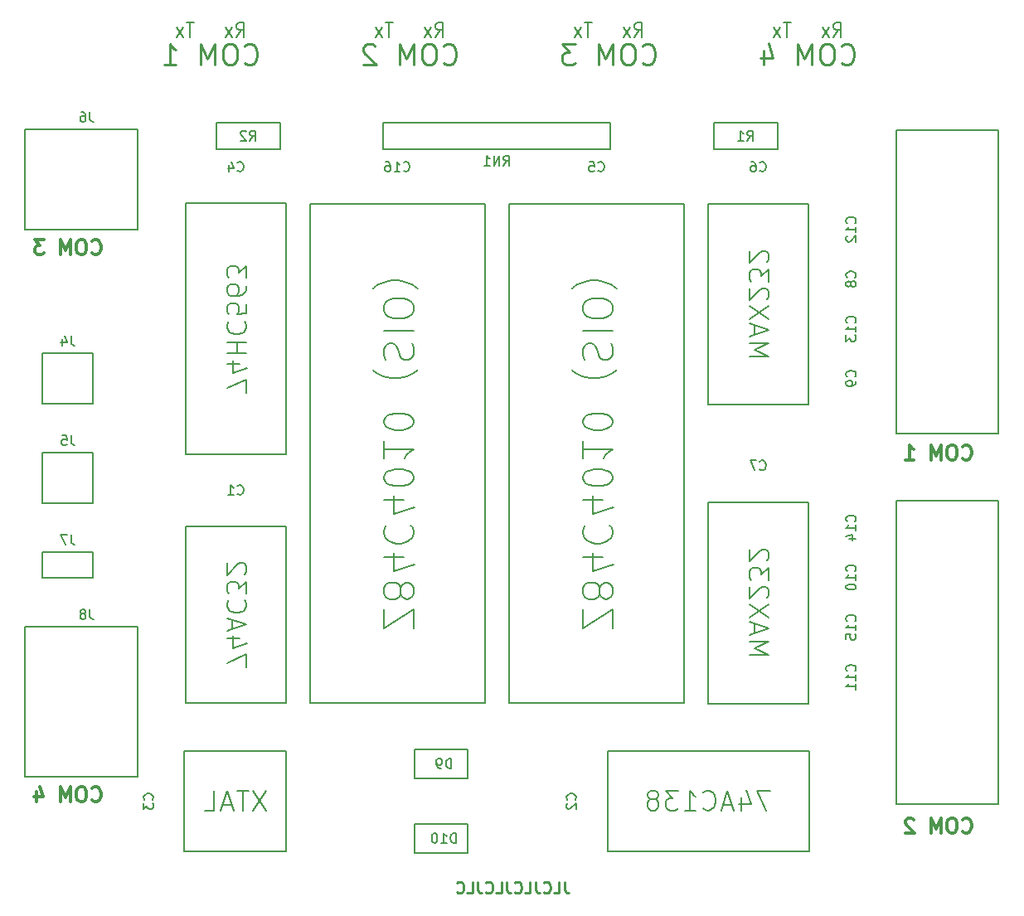
<source format=gbo>
G04 #@! TF.GenerationSoftware,KiCad,Pcbnew,7.0.6*
G04 #@! TF.CreationDate,2023-08-07T17:45:37-04:00*
G04 #@! TF.ProjectId,3 - Quad Serial card v3,33202d20-5175-4616-9420-53657269616c,1*
G04 #@! TF.SameCoordinates,Original*
G04 #@! TF.FileFunction,Legend,Bot*
G04 #@! TF.FilePolarity,Positive*
%FSLAX46Y46*%
G04 Gerber Fmt 4.6, Leading zero omitted, Abs format (unit mm)*
G04 Created by KiCad (PCBNEW 7.0.6) date 2023-08-07 17:45:37*
%MOMM*%
%LPD*%
G01*
G04 APERTURE LIST*
%ADD10C,0.150000*%
%ADD11C,0.200000*%
%ADD12C,0.300000*%
%ADD13C,0.250000*%
%ADD14C,0.220000*%
%ADD15R,1.700000X1.700000*%
%ADD16O,1.700000X1.700000*%
%ADD17C,1.600000*%
%ADD18R,1.800000X1.800000*%
%ADD19C,1.800000*%
%ADD20O,1.600000X1.600000*%
%ADD21R,1.600000X1.600000*%
%ADD22R,1.780000X7.620000*%
%ADD23C,4.000000*%
%ADD24R,2.200000X2.200000*%
%ADD25O,2.200000X2.200000*%
G04 APERTURE END LIST*
D10*
X108505238Y-119567438D02*
X107171905Y-121567438D01*
X107171905Y-119567438D02*
X108505238Y-121567438D01*
X106695714Y-119567438D02*
X105552857Y-119567438D01*
X106124286Y-121567438D02*
X106124286Y-119567438D01*
X104981428Y-120996009D02*
X104029047Y-120996009D01*
X105171904Y-121567438D02*
X104505238Y-119567438D01*
X104505238Y-119567438D02*
X103838571Y-121567438D01*
X102219523Y-121567438D02*
X103171904Y-121567438D01*
X103171904Y-121567438D02*
X103171904Y-119567438D01*
X160003333Y-119567438D02*
X158670000Y-119567438D01*
X158670000Y-119567438D02*
X159527143Y-121567438D01*
X157050952Y-120234104D02*
X157050952Y-121567438D01*
X157527143Y-119472200D02*
X158003333Y-120900771D01*
X158003333Y-120900771D02*
X156765238Y-120900771D01*
X156098571Y-120996009D02*
X155146190Y-120996009D01*
X156289047Y-121567438D02*
X155622381Y-119567438D01*
X155622381Y-119567438D02*
X154955714Y-121567438D01*
X153146190Y-121376961D02*
X153241428Y-121472200D01*
X153241428Y-121472200D02*
X153527142Y-121567438D01*
X153527142Y-121567438D02*
X153717618Y-121567438D01*
X153717618Y-121567438D02*
X154003333Y-121472200D01*
X154003333Y-121472200D02*
X154193809Y-121281723D01*
X154193809Y-121281723D02*
X154289047Y-121091247D01*
X154289047Y-121091247D02*
X154384285Y-120710295D01*
X154384285Y-120710295D02*
X154384285Y-120424580D01*
X154384285Y-120424580D02*
X154289047Y-120043628D01*
X154289047Y-120043628D02*
X154193809Y-119853152D01*
X154193809Y-119853152D02*
X154003333Y-119662676D01*
X154003333Y-119662676D02*
X153717618Y-119567438D01*
X153717618Y-119567438D02*
X153527142Y-119567438D01*
X153527142Y-119567438D02*
X153241428Y-119662676D01*
X153241428Y-119662676D02*
X153146190Y-119757914D01*
X151241428Y-121567438D02*
X152384285Y-121567438D01*
X151812857Y-121567438D02*
X151812857Y-119567438D01*
X151812857Y-119567438D02*
X152003333Y-119853152D01*
X152003333Y-119853152D02*
X152193809Y-120043628D01*
X152193809Y-120043628D02*
X152384285Y-120138866D01*
X150574761Y-119567438D02*
X149336666Y-119567438D01*
X149336666Y-119567438D02*
X150003333Y-120329342D01*
X150003333Y-120329342D02*
X149717618Y-120329342D01*
X149717618Y-120329342D02*
X149527142Y-120424580D01*
X149527142Y-120424580D02*
X149431904Y-120519819D01*
X149431904Y-120519819D02*
X149336666Y-120710295D01*
X149336666Y-120710295D02*
X149336666Y-121186485D01*
X149336666Y-121186485D02*
X149431904Y-121376961D01*
X149431904Y-121376961D02*
X149527142Y-121472200D01*
X149527142Y-121472200D02*
X149717618Y-121567438D01*
X149717618Y-121567438D02*
X150289047Y-121567438D01*
X150289047Y-121567438D02*
X150479523Y-121472200D01*
X150479523Y-121472200D02*
X150574761Y-121376961D01*
X148193809Y-120424580D02*
X148384285Y-120329342D01*
X148384285Y-120329342D02*
X148479523Y-120234104D01*
X148479523Y-120234104D02*
X148574761Y-120043628D01*
X148574761Y-120043628D02*
X148574761Y-119948390D01*
X148574761Y-119948390D02*
X148479523Y-119757914D01*
X148479523Y-119757914D02*
X148384285Y-119662676D01*
X148384285Y-119662676D02*
X148193809Y-119567438D01*
X148193809Y-119567438D02*
X147812856Y-119567438D01*
X147812856Y-119567438D02*
X147622380Y-119662676D01*
X147622380Y-119662676D02*
X147527142Y-119757914D01*
X147527142Y-119757914D02*
X147431904Y-119948390D01*
X147431904Y-119948390D02*
X147431904Y-120043628D01*
X147431904Y-120043628D02*
X147527142Y-120234104D01*
X147527142Y-120234104D02*
X147622380Y-120329342D01*
X147622380Y-120329342D02*
X147812856Y-120424580D01*
X147812856Y-120424580D02*
X148193809Y-120424580D01*
X148193809Y-120424580D02*
X148384285Y-120519819D01*
X148384285Y-120519819D02*
X148479523Y-120615057D01*
X148479523Y-120615057D02*
X148574761Y-120805533D01*
X148574761Y-120805533D02*
X148574761Y-121186485D01*
X148574761Y-121186485D02*
X148479523Y-121376961D01*
X148479523Y-121376961D02*
X148384285Y-121472200D01*
X148384285Y-121472200D02*
X148193809Y-121567438D01*
X148193809Y-121567438D02*
X147812856Y-121567438D01*
X147812856Y-121567438D02*
X147622380Y-121472200D01*
X147622380Y-121472200D02*
X147527142Y-121376961D01*
X147527142Y-121376961D02*
X147431904Y-121186485D01*
X147431904Y-121186485D02*
X147431904Y-120805533D01*
X147431904Y-120805533D02*
X147527142Y-120615057D01*
X147527142Y-120615057D02*
X147622380Y-120519819D01*
X147622380Y-120519819D02*
X147812856Y-120424580D01*
D11*
X143862542Y-103018571D02*
X143862542Y-101018571D01*
X143862542Y-101018571D02*
X140862542Y-103018571D01*
X140862542Y-103018571D02*
X140862542Y-101018571D01*
X142576828Y-99447142D02*
X142719685Y-99732857D01*
X142719685Y-99732857D02*
X142862542Y-99875714D01*
X142862542Y-99875714D02*
X143148257Y-100018571D01*
X143148257Y-100018571D02*
X143291114Y-100018571D01*
X143291114Y-100018571D02*
X143576828Y-99875714D01*
X143576828Y-99875714D02*
X143719685Y-99732857D01*
X143719685Y-99732857D02*
X143862542Y-99447142D01*
X143862542Y-99447142D02*
X143862542Y-98875714D01*
X143862542Y-98875714D02*
X143719685Y-98590000D01*
X143719685Y-98590000D02*
X143576828Y-98447142D01*
X143576828Y-98447142D02*
X143291114Y-98304285D01*
X143291114Y-98304285D02*
X143148257Y-98304285D01*
X143148257Y-98304285D02*
X142862542Y-98447142D01*
X142862542Y-98447142D02*
X142719685Y-98590000D01*
X142719685Y-98590000D02*
X142576828Y-98875714D01*
X142576828Y-98875714D02*
X142576828Y-99447142D01*
X142576828Y-99447142D02*
X142433971Y-99732857D01*
X142433971Y-99732857D02*
X142291114Y-99875714D01*
X142291114Y-99875714D02*
X142005400Y-100018571D01*
X142005400Y-100018571D02*
X141433971Y-100018571D01*
X141433971Y-100018571D02*
X141148257Y-99875714D01*
X141148257Y-99875714D02*
X141005400Y-99732857D01*
X141005400Y-99732857D02*
X140862542Y-99447142D01*
X140862542Y-99447142D02*
X140862542Y-98875714D01*
X140862542Y-98875714D02*
X141005400Y-98590000D01*
X141005400Y-98590000D02*
X141148257Y-98447142D01*
X141148257Y-98447142D02*
X141433971Y-98304285D01*
X141433971Y-98304285D02*
X142005400Y-98304285D01*
X142005400Y-98304285D02*
X142291114Y-98447142D01*
X142291114Y-98447142D02*
X142433971Y-98590000D01*
X142433971Y-98590000D02*
X142576828Y-98875714D01*
X142862542Y-95732857D02*
X140862542Y-95732857D01*
X144005400Y-96447142D02*
X141862542Y-97161428D01*
X141862542Y-97161428D02*
X141862542Y-95304285D01*
X141148257Y-92447142D02*
X141005400Y-92589999D01*
X141005400Y-92589999D02*
X140862542Y-93018571D01*
X140862542Y-93018571D02*
X140862542Y-93304285D01*
X140862542Y-93304285D02*
X141005400Y-93732856D01*
X141005400Y-93732856D02*
X141291114Y-94018571D01*
X141291114Y-94018571D02*
X141576828Y-94161428D01*
X141576828Y-94161428D02*
X142148257Y-94304285D01*
X142148257Y-94304285D02*
X142576828Y-94304285D01*
X142576828Y-94304285D02*
X143148257Y-94161428D01*
X143148257Y-94161428D02*
X143433971Y-94018571D01*
X143433971Y-94018571D02*
X143719685Y-93732856D01*
X143719685Y-93732856D02*
X143862542Y-93304285D01*
X143862542Y-93304285D02*
X143862542Y-93018571D01*
X143862542Y-93018571D02*
X143719685Y-92589999D01*
X143719685Y-92589999D02*
X143576828Y-92447142D01*
X142862542Y-89875714D02*
X140862542Y-89875714D01*
X144005400Y-90589999D02*
X141862542Y-91304285D01*
X141862542Y-91304285D02*
X141862542Y-89447142D01*
X143862542Y-87732856D02*
X143862542Y-87447142D01*
X143862542Y-87447142D02*
X143719685Y-87161428D01*
X143719685Y-87161428D02*
X143576828Y-87018571D01*
X143576828Y-87018571D02*
X143291114Y-86875713D01*
X143291114Y-86875713D02*
X142719685Y-86732856D01*
X142719685Y-86732856D02*
X142005400Y-86732856D01*
X142005400Y-86732856D02*
X141433971Y-86875713D01*
X141433971Y-86875713D02*
X141148257Y-87018571D01*
X141148257Y-87018571D02*
X141005400Y-87161428D01*
X141005400Y-87161428D02*
X140862542Y-87447142D01*
X140862542Y-87447142D02*
X140862542Y-87732856D01*
X140862542Y-87732856D02*
X141005400Y-88018571D01*
X141005400Y-88018571D02*
X141148257Y-88161428D01*
X141148257Y-88161428D02*
X141433971Y-88304285D01*
X141433971Y-88304285D02*
X142005400Y-88447142D01*
X142005400Y-88447142D02*
X142719685Y-88447142D01*
X142719685Y-88447142D02*
X143291114Y-88304285D01*
X143291114Y-88304285D02*
X143576828Y-88161428D01*
X143576828Y-88161428D02*
X143719685Y-88018571D01*
X143719685Y-88018571D02*
X143862542Y-87732856D01*
X140862542Y-83875713D02*
X140862542Y-85589999D01*
X140862542Y-84732856D02*
X143862542Y-84732856D01*
X143862542Y-84732856D02*
X143433971Y-85018570D01*
X143433971Y-85018570D02*
X143148257Y-85304285D01*
X143148257Y-85304285D02*
X143005400Y-85589999D01*
X143862542Y-82018570D02*
X143862542Y-81732856D01*
X143862542Y-81732856D02*
X143719685Y-81447142D01*
X143719685Y-81447142D02*
X143576828Y-81304285D01*
X143576828Y-81304285D02*
X143291114Y-81161427D01*
X143291114Y-81161427D02*
X142719685Y-81018570D01*
X142719685Y-81018570D02*
X142005400Y-81018570D01*
X142005400Y-81018570D02*
X141433971Y-81161427D01*
X141433971Y-81161427D02*
X141148257Y-81304285D01*
X141148257Y-81304285D02*
X141005400Y-81447142D01*
X141005400Y-81447142D02*
X140862542Y-81732856D01*
X140862542Y-81732856D02*
X140862542Y-82018570D01*
X140862542Y-82018570D02*
X141005400Y-82304285D01*
X141005400Y-82304285D02*
X141148257Y-82447142D01*
X141148257Y-82447142D02*
X141433971Y-82589999D01*
X141433971Y-82589999D02*
X142005400Y-82732856D01*
X142005400Y-82732856D02*
X142719685Y-82732856D01*
X142719685Y-82732856D02*
X143291114Y-82589999D01*
X143291114Y-82589999D02*
X143576828Y-82447142D01*
X143576828Y-82447142D02*
X143719685Y-82304285D01*
X143719685Y-82304285D02*
X143862542Y-82018570D01*
X139719685Y-76589999D02*
X139862542Y-76732856D01*
X139862542Y-76732856D02*
X140291114Y-77018570D01*
X140291114Y-77018570D02*
X140576828Y-77161428D01*
X140576828Y-77161428D02*
X141005400Y-77304285D01*
X141005400Y-77304285D02*
X141719685Y-77447142D01*
X141719685Y-77447142D02*
X142291114Y-77447142D01*
X142291114Y-77447142D02*
X143005400Y-77304285D01*
X143005400Y-77304285D02*
X143433971Y-77161428D01*
X143433971Y-77161428D02*
X143719685Y-77018570D01*
X143719685Y-77018570D02*
X144148257Y-76732856D01*
X144148257Y-76732856D02*
X144291114Y-76589999D01*
X141005400Y-75589999D02*
X140862542Y-75161428D01*
X140862542Y-75161428D02*
X140862542Y-74447142D01*
X140862542Y-74447142D02*
X141005400Y-74161428D01*
X141005400Y-74161428D02*
X141148257Y-74018570D01*
X141148257Y-74018570D02*
X141433971Y-73875713D01*
X141433971Y-73875713D02*
X141719685Y-73875713D01*
X141719685Y-73875713D02*
X142005400Y-74018570D01*
X142005400Y-74018570D02*
X142148257Y-74161428D01*
X142148257Y-74161428D02*
X142291114Y-74447142D01*
X142291114Y-74447142D02*
X142433971Y-75018570D01*
X142433971Y-75018570D02*
X142576828Y-75304285D01*
X142576828Y-75304285D02*
X142719685Y-75447142D01*
X142719685Y-75447142D02*
X143005400Y-75589999D01*
X143005400Y-75589999D02*
X143291114Y-75589999D01*
X143291114Y-75589999D02*
X143576828Y-75447142D01*
X143576828Y-75447142D02*
X143719685Y-75304285D01*
X143719685Y-75304285D02*
X143862542Y-75018570D01*
X143862542Y-75018570D02*
X143862542Y-74304285D01*
X143862542Y-74304285D02*
X143719685Y-73875713D01*
X140862542Y-72589999D02*
X143862542Y-72589999D01*
X143862542Y-70589999D02*
X143862542Y-70018571D01*
X143862542Y-70018571D02*
X143719685Y-69732856D01*
X143719685Y-69732856D02*
X143433971Y-69447142D01*
X143433971Y-69447142D02*
X142862542Y-69304285D01*
X142862542Y-69304285D02*
X141862542Y-69304285D01*
X141862542Y-69304285D02*
X141291114Y-69447142D01*
X141291114Y-69447142D02*
X141005400Y-69732856D01*
X141005400Y-69732856D02*
X140862542Y-70018571D01*
X140862542Y-70018571D02*
X140862542Y-70589999D01*
X140862542Y-70589999D02*
X141005400Y-70875714D01*
X141005400Y-70875714D02*
X141291114Y-71161428D01*
X141291114Y-71161428D02*
X141862542Y-71304285D01*
X141862542Y-71304285D02*
X142862542Y-71304285D01*
X142862542Y-71304285D02*
X143433971Y-71161428D01*
X143433971Y-71161428D02*
X143719685Y-70875714D01*
X143719685Y-70875714D02*
X143862542Y-70589999D01*
X139719685Y-68304285D02*
X139862542Y-68161428D01*
X139862542Y-68161428D02*
X140291114Y-67875714D01*
X140291114Y-67875714D02*
X140576828Y-67732857D01*
X140576828Y-67732857D02*
X141005400Y-67589999D01*
X141005400Y-67589999D02*
X141719685Y-67447142D01*
X141719685Y-67447142D02*
X142291114Y-67447142D01*
X142291114Y-67447142D02*
X143005400Y-67589999D01*
X143005400Y-67589999D02*
X143433971Y-67732857D01*
X143433971Y-67732857D02*
X143719685Y-67875714D01*
X143719685Y-67875714D02*
X144148257Y-68161428D01*
X144148257Y-68161428D02*
X144291114Y-68304285D01*
X123542542Y-103018571D02*
X123542542Y-101018571D01*
X123542542Y-101018571D02*
X120542542Y-103018571D01*
X120542542Y-103018571D02*
X120542542Y-101018571D01*
X122256828Y-99447142D02*
X122399685Y-99732857D01*
X122399685Y-99732857D02*
X122542542Y-99875714D01*
X122542542Y-99875714D02*
X122828257Y-100018571D01*
X122828257Y-100018571D02*
X122971114Y-100018571D01*
X122971114Y-100018571D02*
X123256828Y-99875714D01*
X123256828Y-99875714D02*
X123399685Y-99732857D01*
X123399685Y-99732857D02*
X123542542Y-99447142D01*
X123542542Y-99447142D02*
X123542542Y-98875714D01*
X123542542Y-98875714D02*
X123399685Y-98590000D01*
X123399685Y-98590000D02*
X123256828Y-98447142D01*
X123256828Y-98447142D02*
X122971114Y-98304285D01*
X122971114Y-98304285D02*
X122828257Y-98304285D01*
X122828257Y-98304285D02*
X122542542Y-98447142D01*
X122542542Y-98447142D02*
X122399685Y-98590000D01*
X122399685Y-98590000D02*
X122256828Y-98875714D01*
X122256828Y-98875714D02*
X122256828Y-99447142D01*
X122256828Y-99447142D02*
X122113971Y-99732857D01*
X122113971Y-99732857D02*
X121971114Y-99875714D01*
X121971114Y-99875714D02*
X121685400Y-100018571D01*
X121685400Y-100018571D02*
X121113971Y-100018571D01*
X121113971Y-100018571D02*
X120828257Y-99875714D01*
X120828257Y-99875714D02*
X120685400Y-99732857D01*
X120685400Y-99732857D02*
X120542542Y-99447142D01*
X120542542Y-99447142D02*
X120542542Y-98875714D01*
X120542542Y-98875714D02*
X120685400Y-98590000D01*
X120685400Y-98590000D02*
X120828257Y-98447142D01*
X120828257Y-98447142D02*
X121113971Y-98304285D01*
X121113971Y-98304285D02*
X121685400Y-98304285D01*
X121685400Y-98304285D02*
X121971114Y-98447142D01*
X121971114Y-98447142D02*
X122113971Y-98590000D01*
X122113971Y-98590000D02*
X122256828Y-98875714D01*
X122542542Y-95732857D02*
X120542542Y-95732857D01*
X123685400Y-96447142D02*
X121542542Y-97161428D01*
X121542542Y-97161428D02*
X121542542Y-95304285D01*
X120828257Y-92447142D02*
X120685400Y-92589999D01*
X120685400Y-92589999D02*
X120542542Y-93018571D01*
X120542542Y-93018571D02*
X120542542Y-93304285D01*
X120542542Y-93304285D02*
X120685400Y-93732856D01*
X120685400Y-93732856D02*
X120971114Y-94018571D01*
X120971114Y-94018571D02*
X121256828Y-94161428D01*
X121256828Y-94161428D02*
X121828257Y-94304285D01*
X121828257Y-94304285D02*
X122256828Y-94304285D01*
X122256828Y-94304285D02*
X122828257Y-94161428D01*
X122828257Y-94161428D02*
X123113971Y-94018571D01*
X123113971Y-94018571D02*
X123399685Y-93732856D01*
X123399685Y-93732856D02*
X123542542Y-93304285D01*
X123542542Y-93304285D02*
X123542542Y-93018571D01*
X123542542Y-93018571D02*
X123399685Y-92589999D01*
X123399685Y-92589999D02*
X123256828Y-92447142D01*
X122542542Y-89875714D02*
X120542542Y-89875714D01*
X123685400Y-90589999D02*
X121542542Y-91304285D01*
X121542542Y-91304285D02*
X121542542Y-89447142D01*
X123542542Y-87732856D02*
X123542542Y-87447142D01*
X123542542Y-87447142D02*
X123399685Y-87161428D01*
X123399685Y-87161428D02*
X123256828Y-87018571D01*
X123256828Y-87018571D02*
X122971114Y-86875713D01*
X122971114Y-86875713D02*
X122399685Y-86732856D01*
X122399685Y-86732856D02*
X121685400Y-86732856D01*
X121685400Y-86732856D02*
X121113971Y-86875713D01*
X121113971Y-86875713D02*
X120828257Y-87018571D01*
X120828257Y-87018571D02*
X120685400Y-87161428D01*
X120685400Y-87161428D02*
X120542542Y-87447142D01*
X120542542Y-87447142D02*
X120542542Y-87732856D01*
X120542542Y-87732856D02*
X120685400Y-88018571D01*
X120685400Y-88018571D02*
X120828257Y-88161428D01*
X120828257Y-88161428D02*
X121113971Y-88304285D01*
X121113971Y-88304285D02*
X121685400Y-88447142D01*
X121685400Y-88447142D02*
X122399685Y-88447142D01*
X122399685Y-88447142D02*
X122971114Y-88304285D01*
X122971114Y-88304285D02*
X123256828Y-88161428D01*
X123256828Y-88161428D02*
X123399685Y-88018571D01*
X123399685Y-88018571D02*
X123542542Y-87732856D01*
X120542542Y-83875713D02*
X120542542Y-85589999D01*
X120542542Y-84732856D02*
X123542542Y-84732856D01*
X123542542Y-84732856D02*
X123113971Y-85018570D01*
X123113971Y-85018570D02*
X122828257Y-85304285D01*
X122828257Y-85304285D02*
X122685400Y-85589999D01*
X123542542Y-82018570D02*
X123542542Y-81732856D01*
X123542542Y-81732856D02*
X123399685Y-81447142D01*
X123399685Y-81447142D02*
X123256828Y-81304285D01*
X123256828Y-81304285D02*
X122971114Y-81161427D01*
X122971114Y-81161427D02*
X122399685Y-81018570D01*
X122399685Y-81018570D02*
X121685400Y-81018570D01*
X121685400Y-81018570D02*
X121113971Y-81161427D01*
X121113971Y-81161427D02*
X120828257Y-81304285D01*
X120828257Y-81304285D02*
X120685400Y-81447142D01*
X120685400Y-81447142D02*
X120542542Y-81732856D01*
X120542542Y-81732856D02*
X120542542Y-82018570D01*
X120542542Y-82018570D02*
X120685400Y-82304285D01*
X120685400Y-82304285D02*
X120828257Y-82447142D01*
X120828257Y-82447142D02*
X121113971Y-82589999D01*
X121113971Y-82589999D02*
X121685400Y-82732856D01*
X121685400Y-82732856D02*
X122399685Y-82732856D01*
X122399685Y-82732856D02*
X122971114Y-82589999D01*
X122971114Y-82589999D02*
X123256828Y-82447142D01*
X123256828Y-82447142D02*
X123399685Y-82304285D01*
X123399685Y-82304285D02*
X123542542Y-82018570D01*
X119399685Y-76589999D02*
X119542542Y-76732856D01*
X119542542Y-76732856D02*
X119971114Y-77018570D01*
X119971114Y-77018570D02*
X120256828Y-77161428D01*
X120256828Y-77161428D02*
X120685400Y-77304285D01*
X120685400Y-77304285D02*
X121399685Y-77447142D01*
X121399685Y-77447142D02*
X121971114Y-77447142D01*
X121971114Y-77447142D02*
X122685400Y-77304285D01*
X122685400Y-77304285D02*
X123113971Y-77161428D01*
X123113971Y-77161428D02*
X123399685Y-77018570D01*
X123399685Y-77018570D02*
X123828257Y-76732856D01*
X123828257Y-76732856D02*
X123971114Y-76589999D01*
X120685400Y-75589999D02*
X120542542Y-75161428D01*
X120542542Y-75161428D02*
X120542542Y-74447142D01*
X120542542Y-74447142D02*
X120685400Y-74161428D01*
X120685400Y-74161428D02*
X120828257Y-74018570D01*
X120828257Y-74018570D02*
X121113971Y-73875713D01*
X121113971Y-73875713D02*
X121399685Y-73875713D01*
X121399685Y-73875713D02*
X121685400Y-74018570D01*
X121685400Y-74018570D02*
X121828257Y-74161428D01*
X121828257Y-74161428D02*
X121971114Y-74447142D01*
X121971114Y-74447142D02*
X122113971Y-75018570D01*
X122113971Y-75018570D02*
X122256828Y-75304285D01*
X122256828Y-75304285D02*
X122399685Y-75447142D01*
X122399685Y-75447142D02*
X122685400Y-75589999D01*
X122685400Y-75589999D02*
X122971114Y-75589999D01*
X122971114Y-75589999D02*
X123256828Y-75447142D01*
X123256828Y-75447142D02*
X123399685Y-75304285D01*
X123399685Y-75304285D02*
X123542542Y-75018570D01*
X123542542Y-75018570D02*
X123542542Y-74304285D01*
X123542542Y-74304285D02*
X123399685Y-73875713D01*
X120542542Y-72589999D02*
X123542542Y-72589999D01*
X123542542Y-70589999D02*
X123542542Y-70018571D01*
X123542542Y-70018571D02*
X123399685Y-69732856D01*
X123399685Y-69732856D02*
X123113971Y-69447142D01*
X123113971Y-69447142D02*
X122542542Y-69304285D01*
X122542542Y-69304285D02*
X121542542Y-69304285D01*
X121542542Y-69304285D02*
X120971114Y-69447142D01*
X120971114Y-69447142D02*
X120685400Y-69732856D01*
X120685400Y-69732856D02*
X120542542Y-70018571D01*
X120542542Y-70018571D02*
X120542542Y-70589999D01*
X120542542Y-70589999D02*
X120685400Y-70875714D01*
X120685400Y-70875714D02*
X120971114Y-71161428D01*
X120971114Y-71161428D02*
X121542542Y-71304285D01*
X121542542Y-71304285D02*
X122542542Y-71304285D01*
X122542542Y-71304285D02*
X123113971Y-71161428D01*
X123113971Y-71161428D02*
X123399685Y-70875714D01*
X123399685Y-70875714D02*
X123542542Y-70589999D01*
X119399685Y-68304285D02*
X119542542Y-68161428D01*
X119542542Y-68161428D02*
X119971114Y-67875714D01*
X119971114Y-67875714D02*
X120256828Y-67732857D01*
X120256828Y-67732857D02*
X120685400Y-67589999D01*
X120685400Y-67589999D02*
X121399685Y-67447142D01*
X121399685Y-67447142D02*
X121971114Y-67447142D01*
X121971114Y-67447142D02*
X122685400Y-67589999D01*
X122685400Y-67589999D02*
X123113971Y-67732857D01*
X123113971Y-67732857D02*
X123399685Y-67875714D01*
X123399685Y-67875714D02*
X123828257Y-68161428D01*
X123828257Y-68161428D02*
X123971114Y-68304285D01*
D10*
X106492561Y-106980952D02*
X106492561Y-105647619D01*
X106492561Y-105647619D02*
X104492561Y-106504762D01*
X105825895Y-104028571D02*
X104492561Y-104028571D01*
X106587800Y-104504762D02*
X105159228Y-104980952D01*
X105159228Y-104980952D02*
X105159228Y-103742857D01*
X105063990Y-103076190D02*
X105063990Y-102123809D01*
X104492561Y-103266666D02*
X106492561Y-102600000D01*
X106492561Y-102600000D02*
X104492561Y-101933333D01*
X104683038Y-100123809D02*
X104587800Y-100219047D01*
X104587800Y-100219047D02*
X104492561Y-100504761D01*
X104492561Y-100504761D02*
X104492561Y-100695237D01*
X104492561Y-100695237D02*
X104587800Y-100980952D01*
X104587800Y-100980952D02*
X104778276Y-101171428D01*
X104778276Y-101171428D02*
X104968752Y-101266666D01*
X104968752Y-101266666D02*
X105349704Y-101361904D01*
X105349704Y-101361904D02*
X105635419Y-101361904D01*
X105635419Y-101361904D02*
X106016371Y-101266666D01*
X106016371Y-101266666D02*
X106206847Y-101171428D01*
X106206847Y-101171428D02*
X106397323Y-100980952D01*
X106397323Y-100980952D02*
X106492561Y-100695237D01*
X106492561Y-100695237D02*
X106492561Y-100504761D01*
X106492561Y-100504761D02*
X106397323Y-100219047D01*
X106397323Y-100219047D02*
X106302085Y-100123809D01*
X106492561Y-99457142D02*
X106492561Y-98219047D01*
X106492561Y-98219047D02*
X105730657Y-98885714D01*
X105730657Y-98885714D02*
X105730657Y-98599999D01*
X105730657Y-98599999D02*
X105635419Y-98409523D01*
X105635419Y-98409523D02*
X105540180Y-98314285D01*
X105540180Y-98314285D02*
X105349704Y-98219047D01*
X105349704Y-98219047D02*
X104873514Y-98219047D01*
X104873514Y-98219047D02*
X104683038Y-98314285D01*
X104683038Y-98314285D02*
X104587800Y-98409523D01*
X104587800Y-98409523D02*
X104492561Y-98599999D01*
X104492561Y-98599999D02*
X104492561Y-99171428D01*
X104492561Y-99171428D02*
X104587800Y-99361904D01*
X104587800Y-99361904D02*
X104683038Y-99457142D01*
X106302085Y-97457142D02*
X106397323Y-97361904D01*
X106397323Y-97361904D02*
X106492561Y-97171428D01*
X106492561Y-97171428D02*
X106492561Y-96695237D01*
X106492561Y-96695237D02*
X106397323Y-96504761D01*
X106397323Y-96504761D02*
X106302085Y-96409523D01*
X106302085Y-96409523D02*
X106111609Y-96314285D01*
X106111609Y-96314285D02*
X105921133Y-96314285D01*
X105921133Y-96314285D02*
X105635419Y-96409523D01*
X105635419Y-96409523D02*
X104492561Y-97552380D01*
X104492561Y-97552380D02*
X104492561Y-96314285D01*
X106492561Y-78913809D02*
X106492561Y-77580476D01*
X106492561Y-77580476D02*
X104492561Y-78437619D01*
X105825895Y-75961428D02*
X104492561Y-75961428D01*
X106587800Y-76437619D02*
X105159228Y-76913809D01*
X105159228Y-76913809D02*
X105159228Y-75675714D01*
X104492561Y-74913809D02*
X106492561Y-74913809D01*
X105540180Y-74913809D02*
X105540180Y-73770952D01*
X104492561Y-73770952D02*
X106492561Y-73770952D01*
X104683038Y-71675714D02*
X104587800Y-71770952D01*
X104587800Y-71770952D02*
X104492561Y-72056666D01*
X104492561Y-72056666D02*
X104492561Y-72247142D01*
X104492561Y-72247142D02*
X104587800Y-72532857D01*
X104587800Y-72532857D02*
X104778276Y-72723333D01*
X104778276Y-72723333D02*
X104968752Y-72818571D01*
X104968752Y-72818571D02*
X105349704Y-72913809D01*
X105349704Y-72913809D02*
X105635419Y-72913809D01*
X105635419Y-72913809D02*
X106016371Y-72818571D01*
X106016371Y-72818571D02*
X106206847Y-72723333D01*
X106206847Y-72723333D02*
X106397323Y-72532857D01*
X106397323Y-72532857D02*
X106492561Y-72247142D01*
X106492561Y-72247142D02*
X106492561Y-72056666D01*
X106492561Y-72056666D02*
X106397323Y-71770952D01*
X106397323Y-71770952D02*
X106302085Y-71675714D01*
X106492561Y-69866190D02*
X106492561Y-70818571D01*
X106492561Y-70818571D02*
X105540180Y-70913809D01*
X105540180Y-70913809D02*
X105635419Y-70818571D01*
X105635419Y-70818571D02*
X105730657Y-70628095D01*
X105730657Y-70628095D02*
X105730657Y-70151904D01*
X105730657Y-70151904D02*
X105635419Y-69961428D01*
X105635419Y-69961428D02*
X105540180Y-69866190D01*
X105540180Y-69866190D02*
X105349704Y-69770952D01*
X105349704Y-69770952D02*
X104873514Y-69770952D01*
X104873514Y-69770952D02*
X104683038Y-69866190D01*
X104683038Y-69866190D02*
X104587800Y-69961428D01*
X104587800Y-69961428D02*
X104492561Y-70151904D01*
X104492561Y-70151904D02*
X104492561Y-70628095D01*
X104492561Y-70628095D02*
X104587800Y-70818571D01*
X104587800Y-70818571D02*
X104683038Y-70913809D01*
X106492561Y-68056666D02*
X106492561Y-68437619D01*
X106492561Y-68437619D02*
X106397323Y-68628095D01*
X106397323Y-68628095D02*
X106302085Y-68723333D01*
X106302085Y-68723333D02*
X106016371Y-68913809D01*
X106016371Y-68913809D02*
X105635419Y-69009047D01*
X105635419Y-69009047D02*
X104873514Y-69009047D01*
X104873514Y-69009047D02*
X104683038Y-68913809D01*
X104683038Y-68913809D02*
X104587800Y-68818571D01*
X104587800Y-68818571D02*
X104492561Y-68628095D01*
X104492561Y-68628095D02*
X104492561Y-68247142D01*
X104492561Y-68247142D02*
X104587800Y-68056666D01*
X104587800Y-68056666D02*
X104683038Y-67961428D01*
X104683038Y-67961428D02*
X104873514Y-67866190D01*
X104873514Y-67866190D02*
X105349704Y-67866190D01*
X105349704Y-67866190D02*
X105540180Y-67961428D01*
X105540180Y-67961428D02*
X105635419Y-68056666D01*
X105635419Y-68056666D02*
X105730657Y-68247142D01*
X105730657Y-68247142D02*
X105730657Y-68628095D01*
X105730657Y-68628095D02*
X105635419Y-68818571D01*
X105635419Y-68818571D02*
X105540180Y-68913809D01*
X105540180Y-68913809D02*
X105349704Y-69009047D01*
X106492561Y-67199523D02*
X106492561Y-65961428D01*
X106492561Y-65961428D02*
X105730657Y-66628095D01*
X105730657Y-66628095D02*
X105730657Y-66342380D01*
X105730657Y-66342380D02*
X105635419Y-66151904D01*
X105635419Y-66151904D02*
X105540180Y-66056666D01*
X105540180Y-66056666D02*
X105349704Y-65961428D01*
X105349704Y-65961428D02*
X104873514Y-65961428D01*
X104873514Y-65961428D02*
X104683038Y-66056666D01*
X104683038Y-66056666D02*
X104587800Y-66151904D01*
X104587800Y-66151904D02*
X104492561Y-66342380D01*
X104492561Y-66342380D02*
X104492561Y-66913809D01*
X104492561Y-66913809D02*
X104587800Y-67104285D01*
X104587800Y-67104285D02*
X104683038Y-67199523D01*
X157832561Y-105663333D02*
X159832561Y-105663333D01*
X159832561Y-105663333D02*
X158403990Y-104996666D01*
X158403990Y-104996666D02*
X159832561Y-104330000D01*
X159832561Y-104330000D02*
X157832561Y-104330000D01*
X158403990Y-103472857D02*
X158403990Y-102520476D01*
X157832561Y-103663333D02*
X159832561Y-102996667D01*
X159832561Y-102996667D02*
X157832561Y-102330000D01*
X159832561Y-101853809D02*
X157832561Y-100520476D01*
X159832561Y-100520476D02*
X157832561Y-101853809D01*
X159642085Y-99853809D02*
X159737323Y-99758571D01*
X159737323Y-99758571D02*
X159832561Y-99568095D01*
X159832561Y-99568095D02*
X159832561Y-99091904D01*
X159832561Y-99091904D02*
X159737323Y-98901428D01*
X159737323Y-98901428D02*
X159642085Y-98806190D01*
X159642085Y-98806190D02*
X159451609Y-98710952D01*
X159451609Y-98710952D02*
X159261133Y-98710952D01*
X159261133Y-98710952D02*
X158975419Y-98806190D01*
X158975419Y-98806190D02*
X157832561Y-99949047D01*
X157832561Y-99949047D02*
X157832561Y-98710952D01*
X159832561Y-98044285D02*
X159832561Y-96806190D01*
X159832561Y-96806190D02*
X159070657Y-97472857D01*
X159070657Y-97472857D02*
X159070657Y-97187142D01*
X159070657Y-97187142D02*
X158975419Y-96996666D01*
X158975419Y-96996666D02*
X158880180Y-96901428D01*
X158880180Y-96901428D02*
X158689704Y-96806190D01*
X158689704Y-96806190D02*
X158213514Y-96806190D01*
X158213514Y-96806190D02*
X158023038Y-96901428D01*
X158023038Y-96901428D02*
X157927800Y-96996666D01*
X157927800Y-96996666D02*
X157832561Y-97187142D01*
X157832561Y-97187142D02*
X157832561Y-97758571D01*
X157832561Y-97758571D02*
X157927800Y-97949047D01*
X157927800Y-97949047D02*
X158023038Y-98044285D01*
X159642085Y-96044285D02*
X159737323Y-95949047D01*
X159737323Y-95949047D02*
X159832561Y-95758571D01*
X159832561Y-95758571D02*
X159832561Y-95282380D01*
X159832561Y-95282380D02*
X159737323Y-95091904D01*
X159737323Y-95091904D02*
X159642085Y-94996666D01*
X159642085Y-94996666D02*
X159451609Y-94901428D01*
X159451609Y-94901428D02*
X159261133Y-94901428D01*
X159261133Y-94901428D02*
X158975419Y-94996666D01*
X158975419Y-94996666D02*
X157832561Y-96139523D01*
X157832561Y-96139523D02*
X157832561Y-94901428D01*
X157832561Y-75183333D02*
X159832561Y-75183333D01*
X159832561Y-75183333D02*
X158403990Y-74516666D01*
X158403990Y-74516666D02*
X159832561Y-73850000D01*
X159832561Y-73850000D02*
X157832561Y-73850000D01*
X158403990Y-72992857D02*
X158403990Y-72040476D01*
X157832561Y-73183333D02*
X159832561Y-72516667D01*
X159832561Y-72516667D02*
X157832561Y-71850000D01*
X159832561Y-71373809D02*
X157832561Y-70040476D01*
X159832561Y-70040476D02*
X157832561Y-71373809D01*
X159642085Y-69373809D02*
X159737323Y-69278571D01*
X159737323Y-69278571D02*
X159832561Y-69088095D01*
X159832561Y-69088095D02*
X159832561Y-68611904D01*
X159832561Y-68611904D02*
X159737323Y-68421428D01*
X159737323Y-68421428D02*
X159642085Y-68326190D01*
X159642085Y-68326190D02*
X159451609Y-68230952D01*
X159451609Y-68230952D02*
X159261133Y-68230952D01*
X159261133Y-68230952D02*
X158975419Y-68326190D01*
X158975419Y-68326190D02*
X157832561Y-69469047D01*
X157832561Y-69469047D02*
X157832561Y-68230952D01*
X159832561Y-67564285D02*
X159832561Y-66326190D01*
X159832561Y-66326190D02*
X159070657Y-66992857D01*
X159070657Y-66992857D02*
X159070657Y-66707142D01*
X159070657Y-66707142D02*
X158975419Y-66516666D01*
X158975419Y-66516666D02*
X158880180Y-66421428D01*
X158880180Y-66421428D02*
X158689704Y-66326190D01*
X158689704Y-66326190D02*
X158213514Y-66326190D01*
X158213514Y-66326190D02*
X158023038Y-66421428D01*
X158023038Y-66421428D02*
X157927800Y-66516666D01*
X157927800Y-66516666D02*
X157832561Y-66707142D01*
X157832561Y-66707142D02*
X157832561Y-67278571D01*
X157832561Y-67278571D02*
X157927800Y-67469047D01*
X157927800Y-67469047D02*
X158023038Y-67564285D01*
X159642085Y-65564285D02*
X159737323Y-65469047D01*
X159737323Y-65469047D02*
X159832561Y-65278571D01*
X159832561Y-65278571D02*
X159832561Y-64802380D01*
X159832561Y-64802380D02*
X159737323Y-64611904D01*
X159737323Y-64611904D02*
X159642085Y-64516666D01*
X159642085Y-64516666D02*
X159451609Y-64421428D01*
X159451609Y-64421428D02*
X159261133Y-64421428D01*
X159261133Y-64421428D02*
X158975419Y-64516666D01*
X158975419Y-64516666D02*
X157832561Y-65659523D01*
X157832561Y-65659523D02*
X157832561Y-64421428D01*
D12*
X179629285Y-123725471D02*
X179700713Y-123796900D01*
X179700713Y-123796900D02*
X179914999Y-123868328D01*
X179914999Y-123868328D02*
X180057856Y-123868328D01*
X180057856Y-123868328D02*
X180272142Y-123796900D01*
X180272142Y-123796900D02*
X180414999Y-123654042D01*
X180414999Y-123654042D02*
X180486428Y-123511185D01*
X180486428Y-123511185D02*
X180557856Y-123225471D01*
X180557856Y-123225471D02*
X180557856Y-123011185D01*
X180557856Y-123011185D02*
X180486428Y-122725471D01*
X180486428Y-122725471D02*
X180414999Y-122582614D01*
X180414999Y-122582614D02*
X180272142Y-122439757D01*
X180272142Y-122439757D02*
X180057856Y-122368328D01*
X180057856Y-122368328D02*
X179914999Y-122368328D01*
X179914999Y-122368328D02*
X179700713Y-122439757D01*
X179700713Y-122439757D02*
X179629285Y-122511185D01*
X178700713Y-122368328D02*
X178414999Y-122368328D01*
X178414999Y-122368328D02*
X178272142Y-122439757D01*
X178272142Y-122439757D02*
X178129285Y-122582614D01*
X178129285Y-122582614D02*
X178057856Y-122868328D01*
X178057856Y-122868328D02*
X178057856Y-123368328D01*
X178057856Y-123368328D02*
X178129285Y-123654042D01*
X178129285Y-123654042D02*
X178272142Y-123796900D01*
X178272142Y-123796900D02*
X178414999Y-123868328D01*
X178414999Y-123868328D02*
X178700713Y-123868328D01*
X178700713Y-123868328D02*
X178843571Y-123796900D01*
X178843571Y-123796900D02*
X178986428Y-123654042D01*
X178986428Y-123654042D02*
X179057856Y-123368328D01*
X179057856Y-123368328D02*
X179057856Y-122868328D01*
X179057856Y-122868328D02*
X178986428Y-122582614D01*
X178986428Y-122582614D02*
X178843571Y-122439757D01*
X178843571Y-122439757D02*
X178700713Y-122368328D01*
X177414999Y-123868328D02*
X177414999Y-122368328D01*
X177414999Y-122368328D02*
X176914999Y-123439757D01*
X176914999Y-123439757D02*
X176414999Y-122368328D01*
X176414999Y-122368328D02*
X176414999Y-123868328D01*
X174629284Y-122511185D02*
X174557856Y-122439757D01*
X174557856Y-122439757D02*
X174414999Y-122368328D01*
X174414999Y-122368328D02*
X174057856Y-122368328D01*
X174057856Y-122368328D02*
X173914999Y-122439757D01*
X173914999Y-122439757D02*
X173843570Y-122511185D01*
X173843570Y-122511185D02*
X173772141Y-122654042D01*
X173772141Y-122654042D02*
X173772141Y-122796900D01*
X173772141Y-122796900D02*
X173843570Y-123011185D01*
X173843570Y-123011185D02*
X174700713Y-123868328D01*
X174700713Y-123868328D02*
X173772141Y-123868328D01*
X179629285Y-85625471D02*
X179700713Y-85696900D01*
X179700713Y-85696900D02*
X179914999Y-85768328D01*
X179914999Y-85768328D02*
X180057856Y-85768328D01*
X180057856Y-85768328D02*
X180272142Y-85696900D01*
X180272142Y-85696900D02*
X180414999Y-85554042D01*
X180414999Y-85554042D02*
X180486428Y-85411185D01*
X180486428Y-85411185D02*
X180557856Y-85125471D01*
X180557856Y-85125471D02*
X180557856Y-84911185D01*
X180557856Y-84911185D02*
X180486428Y-84625471D01*
X180486428Y-84625471D02*
X180414999Y-84482614D01*
X180414999Y-84482614D02*
X180272142Y-84339757D01*
X180272142Y-84339757D02*
X180057856Y-84268328D01*
X180057856Y-84268328D02*
X179914999Y-84268328D01*
X179914999Y-84268328D02*
X179700713Y-84339757D01*
X179700713Y-84339757D02*
X179629285Y-84411185D01*
X178700713Y-84268328D02*
X178414999Y-84268328D01*
X178414999Y-84268328D02*
X178272142Y-84339757D01*
X178272142Y-84339757D02*
X178129285Y-84482614D01*
X178129285Y-84482614D02*
X178057856Y-84768328D01*
X178057856Y-84768328D02*
X178057856Y-85268328D01*
X178057856Y-85268328D02*
X178129285Y-85554042D01*
X178129285Y-85554042D02*
X178272142Y-85696900D01*
X178272142Y-85696900D02*
X178414999Y-85768328D01*
X178414999Y-85768328D02*
X178700713Y-85768328D01*
X178700713Y-85768328D02*
X178843571Y-85696900D01*
X178843571Y-85696900D02*
X178986428Y-85554042D01*
X178986428Y-85554042D02*
X179057856Y-85268328D01*
X179057856Y-85268328D02*
X179057856Y-84768328D01*
X179057856Y-84768328D02*
X178986428Y-84482614D01*
X178986428Y-84482614D02*
X178843571Y-84339757D01*
X178843571Y-84339757D02*
X178700713Y-84268328D01*
X177414999Y-85768328D02*
X177414999Y-84268328D01*
X177414999Y-84268328D02*
X176914999Y-85339757D01*
X176914999Y-85339757D02*
X176414999Y-84268328D01*
X176414999Y-84268328D02*
X176414999Y-85768328D01*
X173772141Y-85768328D02*
X174629284Y-85768328D01*
X174200713Y-85768328D02*
X174200713Y-84268328D01*
X174200713Y-84268328D02*
X174343570Y-84482614D01*
X174343570Y-84482614D02*
X174486427Y-84625471D01*
X174486427Y-84625471D02*
X174629284Y-84696900D01*
X90729285Y-120550471D02*
X90800713Y-120621900D01*
X90800713Y-120621900D02*
X91014999Y-120693328D01*
X91014999Y-120693328D02*
X91157856Y-120693328D01*
X91157856Y-120693328D02*
X91372142Y-120621900D01*
X91372142Y-120621900D02*
X91514999Y-120479042D01*
X91514999Y-120479042D02*
X91586428Y-120336185D01*
X91586428Y-120336185D02*
X91657856Y-120050471D01*
X91657856Y-120050471D02*
X91657856Y-119836185D01*
X91657856Y-119836185D02*
X91586428Y-119550471D01*
X91586428Y-119550471D02*
X91514999Y-119407614D01*
X91514999Y-119407614D02*
X91372142Y-119264757D01*
X91372142Y-119264757D02*
X91157856Y-119193328D01*
X91157856Y-119193328D02*
X91014999Y-119193328D01*
X91014999Y-119193328D02*
X90800713Y-119264757D01*
X90800713Y-119264757D02*
X90729285Y-119336185D01*
X89800713Y-119193328D02*
X89514999Y-119193328D01*
X89514999Y-119193328D02*
X89372142Y-119264757D01*
X89372142Y-119264757D02*
X89229285Y-119407614D01*
X89229285Y-119407614D02*
X89157856Y-119693328D01*
X89157856Y-119693328D02*
X89157856Y-120193328D01*
X89157856Y-120193328D02*
X89229285Y-120479042D01*
X89229285Y-120479042D02*
X89372142Y-120621900D01*
X89372142Y-120621900D02*
X89514999Y-120693328D01*
X89514999Y-120693328D02*
X89800713Y-120693328D01*
X89800713Y-120693328D02*
X89943571Y-120621900D01*
X89943571Y-120621900D02*
X90086428Y-120479042D01*
X90086428Y-120479042D02*
X90157856Y-120193328D01*
X90157856Y-120193328D02*
X90157856Y-119693328D01*
X90157856Y-119693328D02*
X90086428Y-119407614D01*
X90086428Y-119407614D02*
X89943571Y-119264757D01*
X89943571Y-119264757D02*
X89800713Y-119193328D01*
X88514999Y-120693328D02*
X88514999Y-119193328D01*
X88514999Y-119193328D02*
X88014999Y-120264757D01*
X88014999Y-120264757D02*
X87514999Y-119193328D01*
X87514999Y-119193328D02*
X87514999Y-120693328D01*
X85014999Y-119693328D02*
X85014999Y-120693328D01*
X85372141Y-119121900D02*
X85729284Y-120193328D01*
X85729284Y-120193328D02*
X84800713Y-120193328D01*
X90729285Y-64670471D02*
X90800713Y-64741900D01*
X90800713Y-64741900D02*
X91014999Y-64813328D01*
X91014999Y-64813328D02*
X91157856Y-64813328D01*
X91157856Y-64813328D02*
X91372142Y-64741900D01*
X91372142Y-64741900D02*
X91514999Y-64599042D01*
X91514999Y-64599042D02*
X91586428Y-64456185D01*
X91586428Y-64456185D02*
X91657856Y-64170471D01*
X91657856Y-64170471D02*
X91657856Y-63956185D01*
X91657856Y-63956185D02*
X91586428Y-63670471D01*
X91586428Y-63670471D02*
X91514999Y-63527614D01*
X91514999Y-63527614D02*
X91372142Y-63384757D01*
X91372142Y-63384757D02*
X91157856Y-63313328D01*
X91157856Y-63313328D02*
X91014999Y-63313328D01*
X91014999Y-63313328D02*
X90800713Y-63384757D01*
X90800713Y-63384757D02*
X90729285Y-63456185D01*
X89800713Y-63313328D02*
X89514999Y-63313328D01*
X89514999Y-63313328D02*
X89372142Y-63384757D01*
X89372142Y-63384757D02*
X89229285Y-63527614D01*
X89229285Y-63527614D02*
X89157856Y-63813328D01*
X89157856Y-63813328D02*
X89157856Y-64313328D01*
X89157856Y-64313328D02*
X89229285Y-64599042D01*
X89229285Y-64599042D02*
X89372142Y-64741900D01*
X89372142Y-64741900D02*
X89514999Y-64813328D01*
X89514999Y-64813328D02*
X89800713Y-64813328D01*
X89800713Y-64813328D02*
X89943571Y-64741900D01*
X89943571Y-64741900D02*
X90086428Y-64599042D01*
X90086428Y-64599042D02*
X90157856Y-64313328D01*
X90157856Y-64313328D02*
X90157856Y-63813328D01*
X90157856Y-63813328D02*
X90086428Y-63527614D01*
X90086428Y-63527614D02*
X89943571Y-63384757D01*
X89943571Y-63384757D02*
X89800713Y-63313328D01*
X88514999Y-64813328D02*
X88514999Y-63313328D01*
X88514999Y-63313328D02*
X88014999Y-64384757D01*
X88014999Y-64384757D02*
X87514999Y-63313328D01*
X87514999Y-63313328D02*
X87514999Y-64813328D01*
X85800713Y-63313328D02*
X84872141Y-63313328D01*
X84872141Y-63313328D02*
X85372141Y-63884757D01*
X85372141Y-63884757D02*
X85157856Y-63884757D01*
X85157856Y-63884757D02*
X85014999Y-63956185D01*
X85014999Y-63956185D02*
X84943570Y-64027614D01*
X84943570Y-64027614D02*
X84872141Y-64170471D01*
X84872141Y-64170471D02*
X84872141Y-64527614D01*
X84872141Y-64527614D02*
X84943570Y-64670471D01*
X84943570Y-64670471D02*
X85014999Y-64741900D01*
X85014999Y-64741900D02*
X85157856Y-64813328D01*
X85157856Y-64813328D02*
X85586427Y-64813328D01*
X85586427Y-64813328D02*
X85729284Y-64741900D01*
X85729284Y-64741900D02*
X85800713Y-64670471D01*
D11*
X166460952Y-42593528D02*
X166894285Y-41879242D01*
X167203809Y-42593528D02*
X167203809Y-41093528D01*
X167203809Y-41093528D02*
X166708571Y-41093528D01*
X166708571Y-41093528D02*
X166584761Y-41164957D01*
X166584761Y-41164957D02*
X166522856Y-41236385D01*
X166522856Y-41236385D02*
X166460952Y-41379242D01*
X166460952Y-41379242D02*
X166460952Y-41593528D01*
X166460952Y-41593528D02*
X166522856Y-41736385D01*
X166522856Y-41736385D02*
X166584761Y-41807814D01*
X166584761Y-41807814D02*
X166708571Y-41879242D01*
X166708571Y-41879242D02*
X167203809Y-41879242D01*
X166027618Y-42593528D02*
X165346666Y-41593528D01*
X166027618Y-41593528D02*
X165346666Y-42593528D01*
X162065714Y-41093528D02*
X161322857Y-41093528D01*
X161694285Y-42593528D02*
X161694285Y-41093528D01*
X161013333Y-42593528D02*
X160332381Y-41593528D01*
X161013333Y-41593528D02*
X160332381Y-42593528D01*
X146140952Y-42593528D02*
X146574285Y-41879242D01*
X146883809Y-42593528D02*
X146883809Y-41093528D01*
X146883809Y-41093528D02*
X146388571Y-41093528D01*
X146388571Y-41093528D02*
X146264761Y-41164957D01*
X146264761Y-41164957D02*
X146202856Y-41236385D01*
X146202856Y-41236385D02*
X146140952Y-41379242D01*
X146140952Y-41379242D02*
X146140952Y-41593528D01*
X146140952Y-41593528D02*
X146202856Y-41736385D01*
X146202856Y-41736385D02*
X146264761Y-41807814D01*
X146264761Y-41807814D02*
X146388571Y-41879242D01*
X146388571Y-41879242D02*
X146883809Y-41879242D01*
X145707618Y-42593528D02*
X145026666Y-41593528D01*
X145707618Y-41593528D02*
X145026666Y-42593528D01*
X141745714Y-41093528D02*
X141002857Y-41093528D01*
X141374285Y-42593528D02*
X141374285Y-41093528D01*
X140693333Y-42593528D02*
X140012381Y-41593528D01*
X140693333Y-41593528D02*
X140012381Y-42593528D01*
X125820952Y-42593528D02*
X126254285Y-41879242D01*
X126563809Y-42593528D02*
X126563809Y-41093528D01*
X126563809Y-41093528D02*
X126068571Y-41093528D01*
X126068571Y-41093528D02*
X125944761Y-41164957D01*
X125944761Y-41164957D02*
X125882856Y-41236385D01*
X125882856Y-41236385D02*
X125820952Y-41379242D01*
X125820952Y-41379242D02*
X125820952Y-41593528D01*
X125820952Y-41593528D02*
X125882856Y-41736385D01*
X125882856Y-41736385D02*
X125944761Y-41807814D01*
X125944761Y-41807814D02*
X126068571Y-41879242D01*
X126068571Y-41879242D02*
X126563809Y-41879242D01*
X125387618Y-42593528D02*
X124706666Y-41593528D01*
X125387618Y-41593528D02*
X124706666Y-42593528D01*
X121425714Y-41093528D02*
X120682857Y-41093528D01*
X121054285Y-42593528D02*
X121054285Y-41093528D01*
X120373333Y-42593528D02*
X119692381Y-41593528D01*
X120373333Y-41593528D02*
X119692381Y-42593528D01*
X105500952Y-42593528D02*
X105934285Y-41879242D01*
X106243809Y-42593528D02*
X106243809Y-41093528D01*
X106243809Y-41093528D02*
X105748571Y-41093528D01*
X105748571Y-41093528D02*
X105624761Y-41164957D01*
X105624761Y-41164957D02*
X105562856Y-41236385D01*
X105562856Y-41236385D02*
X105500952Y-41379242D01*
X105500952Y-41379242D02*
X105500952Y-41593528D01*
X105500952Y-41593528D02*
X105562856Y-41736385D01*
X105562856Y-41736385D02*
X105624761Y-41807814D01*
X105624761Y-41807814D02*
X105748571Y-41879242D01*
X105748571Y-41879242D02*
X106243809Y-41879242D01*
X105067618Y-42593528D02*
X104386666Y-41593528D01*
X105067618Y-41593528D02*
X104386666Y-42593528D01*
X101105714Y-41093528D02*
X100362857Y-41093528D01*
X100734285Y-42593528D02*
X100734285Y-41093528D01*
X100053333Y-42593528D02*
X99372381Y-41593528D01*
X100053333Y-41593528D02*
X99372381Y-42593528D01*
D13*
X106320000Y-45208500D02*
X106420000Y-45308500D01*
X106420000Y-45308500D02*
X106720000Y-45408500D01*
X106720000Y-45408500D02*
X106920000Y-45408500D01*
X106920000Y-45408500D02*
X107220000Y-45308500D01*
X107220000Y-45308500D02*
X107420000Y-45108500D01*
X107420000Y-45108500D02*
X107520000Y-44908500D01*
X107520000Y-44908500D02*
X107620000Y-44508500D01*
X107620000Y-44508500D02*
X107620000Y-44208500D01*
X107620000Y-44208500D02*
X107520000Y-43808500D01*
X107520000Y-43808500D02*
X107420000Y-43608500D01*
X107420000Y-43608500D02*
X107220000Y-43408500D01*
X107220000Y-43408500D02*
X106920000Y-43308500D01*
X106920000Y-43308500D02*
X106720000Y-43308500D01*
X106720000Y-43308500D02*
X106420000Y-43408500D01*
X106420000Y-43408500D02*
X106320000Y-43508500D01*
X105020000Y-43308500D02*
X104620000Y-43308500D01*
X104620000Y-43308500D02*
X104420000Y-43408500D01*
X104420000Y-43408500D02*
X104220000Y-43608500D01*
X104220000Y-43608500D02*
X104120000Y-44008500D01*
X104120000Y-44008500D02*
X104120000Y-44708500D01*
X104120000Y-44708500D02*
X104220000Y-45108500D01*
X104220000Y-45108500D02*
X104420000Y-45308500D01*
X104420000Y-45308500D02*
X104620000Y-45408500D01*
X104620000Y-45408500D02*
X105020000Y-45408500D01*
X105020000Y-45408500D02*
X105220000Y-45308500D01*
X105220000Y-45308500D02*
X105420000Y-45108500D01*
X105420000Y-45108500D02*
X105520000Y-44708500D01*
X105520000Y-44708500D02*
X105520000Y-44008500D01*
X105520000Y-44008500D02*
X105420000Y-43608500D01*
X105420000Y-43608500D02*
X105220000Y-43408500D01*
X105220000Y-43408500D02*
X105020000Y-43308500D01*
X103220000Y-45408500D02*
X103220000Y-43308500D01*
X103220000Y-43308500D02*
X102520000Y-44808500D01*
X102520000Y-44808500D02*
X101820000Y-43308500D01*
X101820000Y-43308500D02*
X101820000Y-45408500D01*
X98120000Y-45408500D02*
X99320000Y-45408500D01*
X98720000Y-45408500D02*
X98720000Y-43308500D01*
X98720000Y-43308500D02*
X98920000Y-43608500D01*
X98920000Y-43608500D02*
X99120000Y-43808500D01*
X99120000Y-43808500D02*
X99320000Y-43908500D01*
X126640000Y-45208500D02*
X126740000Y-45308500D01*
X126740000Y-45308500D02*
X127040000Y-45408500D01*
X127040000Y-45408500D02*
X127240000Y-45408500D01*
X127240000Y-45408500D02*
X127540000Y-45308500D01*
X127540000Y-45308500D02*
X127740000Y-45108500D01*
X127740000Y-45108500D02*
X127840000Y-44908500D01*
X127840000Y-44908500D02*
X127940000Y-44508500D01*
X127940000Y-44508500D02*
X127940000Y-44208500D01*
X127940000Y-44208500D02*
X127840000Y-43808500D01*
X127840000Y-43808500D02*
X127740000Y-43608500D01*
X127740000Y-43608500D02*
X127540000Y-43408500D01*
X127540000Y-43408500D02*
X127240000Y-43308500D01*
X127240000Y-43308500D02*
X127040000Y-43308500D01*
X127040000Y-43308500D02*
X126740000Y-43408500D01*
X126740000Y-43408500D02*
X126640000Y-43508500D01*
X125340000Y-43308500D02*
X124940000Y-43308500D01*
X124940000Y-43308500D02*
X124740000Y-43408500D01*
X124740000Y-43408500D02*
X124540000Y-43608500D01*
X124540000Y-43608500D02*
X124440000Y-44008500D01*
X124440000Y-44008500D02*
X124440000Y-44708500D01*
X124440000Y-44708500D02*
X124540000Y-45108500D01*
X124540000Y-45108500D02*
X124740000Y-45308500D01*
X124740000Y-45308500D02*
X124940000Y-45408500D01*
X124940000Y-45408500D02*
X125340000Y-45408500D01*
X125340000Y-45408500D02*
X125540000Y-45308500D01*
X125540000Y-45308500D02*
X125740000Y-45108500D01*
X125740000Y-45108500D02*
X125840000Y-44708500D01*
X125840000Y-44708500D02*
X125840000Y-44008500D01*
X125840000Y-44008500D02*
X125740000Y-43608500D01*
X125740000Y-43608500D02*
X125540000Y-43408500D01*
X125540000Y-43408500D02*
X125340000Y-43308500D01*
X123540000Y-45408500D02*
X123540000Y-43308500D01*
X123540000Y-43308500D02*
X122840000Y-44808500D01*
X122840000Y-44808500D02*
X122140000Y-43308500D01*
X122140000Y-43308500D02*
X122140000Y-45408500D01*
X119640000Y-43508500D02*
X119540000Y-43408500D01*
X119540000Y-43408500D02*
X119340000Y-43308500D01*
X119340000Y-43308500D02*
X118840000Y-43308500D01*
X118840000Y-43308500D02*
X118640000Y-43408500D01*
X118640000Y-43408500D02*
X118540000Y-43508500D01*
X118540000Y-43508500D02*
X118440000Y-43708500D01*
X118440000Y-43708500D02*
X118440000Y-43908500D01*
X118440000Y-43908500D02*
X118540000Y-44208500D01*
X118540000Y-44208500D02*
X119740000Y-45408500D01*
X119740000Y-45408500D02*
X118440000Y-45408500D01*
X146960000Y-45208500D02*
X147060000Y-45308500D01*
X147060000Y-45308500D02*
X147360000Y-45408500D01*
X147360000Y-45408500D02*
X147560000Y-45408500D01*
X147560000Y-45408500D02*
X147860000Y-45308500D01*
X147860000Y-45308500D02*
X148060000Y-45108500D01*
X148060000Y-45108500D02*
X148160000Y-44908500D01*
X148160000Y-44908500D02*
X148260000Y-44508500D01*
X148260000Y-44508500D02*
X148260000Y-44208500D01*
X148260000Y-44208500D02*
X148160000Y-43808500D01*
X148160000Y-43808500D02*
X148060000Y-43608500D01*
X148060000Y-43608500D02*
X147860000Y-43408500D01*
X147860000Y-43408500D02*
X147560000Y-43308500D01*
X147560000Y-43308500D02*
X147360000Y-43308500D01*
X147360000Y-43308500D02*
X147060000Y-43408500D01*
X147060000Y-43408500D02*
X146960000Y-43508500D01*
X145660000Y-43308500D02*
X145260000Y-43308500D01*
X145260000Y-43308500D02*
X145060000Y-43408500D01*
X145060000Y-43408500D02*
X144860000Y-43608500D01*
X144860000Y-43608500D02*
X144760000Y-44008500D01*
X144760000Y-44008500D02*
X144760000Y-44708500D01*
X144760000Y-44708500D02*
X144860000Y-45108500D01*
X144860000Y-45108500D02*
X145060000Y-45308500D01*
X145060000Y-45308500D02*
X145260000Y-45408500D01*
X145260000Y-45408500D02*
X145660000Y-45408500D01*
X145660000Y-45408500D02*
X145860000Y-45308500D01*
X145860000Y-45308500D02*
X146060000Y-45108500D01*
X146060000Y-45108500D02*
X146160000Y-44708500D01*
X146160000Y-44708500D02*
X146160000Y-44008500D01*
X146160000Y-44008500D02*
X146060000Y-43608500D01*
X146060000Y-43608500D02*
X145860000Y-43408500D01*
X145860000Y-43408500D02*
X145660000Y-43308500D01*
X143860000Y-45408500D02*
X143860000Y-43308500D01*
X143860000Y-43308500D02*
X143160000Y-44808500D01*
X143160000Y-44808500D02*
X142460000Y-43308500D01*
X142460000Y-43308500D02*
X142460000Y-45408500D01*
X140060000Y-43308500D02*
X138760000Y-43308500D01*
X138760000Y-43308500D02*
X139460000Y-44108500D01*
X139460000Y-44108500D02*
X139160000Y-44108500D01*
X139160000Y-44108500D02*
X138960000Y-44208500D01*
X138960000Y-44208500D02*
X138860000Y-44308500D01*
X138860000Y-44308500D02*
X138760000Y-44508500D01*
X138760000Y-44508500D02*
X138760000Y-45008500D01*
X138760000Y-45008500D02*
X138860000Y-45208500D01*
X138860000Y-45208500D02*
X138960000Y-45308500D01*
X138960000Y-45308500D02*
X139160000Y-45408500D01*
X139160000Y-45408500D02*
X139760000Y-45408500D01*
X139760000Y-45408500D02*
X139960000Y-45308500D01*
X139960000Y-45308500D02*
X140060000Y-45208500D01*
X167280000Y-45208500D02*
X167380000Y-45308500D01*
X167380000Y-45308500D02*
X167680000Y-45408500D01*
X167680000Y-45408500D02*
X167880000Y-45408500D01*
X167880000Y-45408500D02*
X168180000Y-45308500D01*
X168180000Y-45308500D02*
X168380000Y-45108500D01*
X168380000Y-45108500D02*
X168480000Y-44908500D01*
X168480000Y-44908500D02*
X168580000Y-44508500D01*
X168580000Y-44508500D02*
X168580000Y-44208500D01*
X168580000Y-44208500D02*
X168480000Y-43808500D01*
X168480000Y-43808500D02*
X168380000Y-43608500D01*
X168380000Y-43608500D02*
X168180000Y-43408500D01*
X168180000Y-43408500D02*
X167880000Y-43308500D01*
X167880000Y-43308500D02*
X167680000Y-43308500D01*
X167680000Y-43308500D02*
X167380000Y-43408500D01*
X167380000Y-43408500D02*
X167280000Y-43508500D01*
X165980000Y-43308500D02*
X165580000Y-43308500D01*
X165580000Y-43308500D02*
X165380000Y-43408500D01*
X165380000Y-43408500D02*
X165180000Y-43608500D01*
X165180000Y-43608500D02*
X165080000Y-44008500D01*
X165080000Y-44008500D02*
X165080000Y-44708500D01*
X165080000Y-44708500D02*
X165180000Y-45108500D01*
X165180000Y-45108500D02*
X165380000Y-45308500D01*
X165380000Y-45308500D02*
X165580000Y-45408500D01*
X165580000Y-45408500D02*
X165980000Y-45408500D01*
X165980000Y-45408500D02*
X166180000Y-45308500D01*
X166180000Y-45308500D02*
X166380000Y-45108500D01*
X166380000Y-45108500D02*
X166480000Y-44708500D01*
X166480000Y-44708500D02*
X166480000Y-44008500D01*
X166480000Y-44008500D02*
X166380000Y-43608500D01*
X166380000Y-43608500D02*
X166180000Y-43408500D01*
X166180000Y-43408500D02*
X165980000Y-43308500D01*
X164180000Y-45408500D02*
X164180000Y-43308500D01*
X164180000Y-43308500D02*
X163480000Y-44808500D01*
X163480000Y-44808500D02*
X162780000Y-43308500D01*
X162780000Y-43308500D02*
X162780000Y-45408500D01*
X159280000Y-44008500D02*
X159280000Y-45408500D01*
X159780000Y-43208500D02*
X160280000Y-44708500D01*
X160280000Y-44708500D02*
X158980000Y-44708500D01*
D10*
X172847000Y-52120800D02*
X183311800Y-52120800D01*
X183311800Y-83083400D01*
X172847000Y-83083400D01*
X172847000Y-52120800D01*
X172821600Y-89941400D02*
X183311800Y-89941400D01*
X183311800Y-120904000D01*
X172821600Y-120904000D01*
X172821600Y-89941400D01*
X143383000Y-115493800D02*
X163931600Y-115493800D01*
X163931600Y-125780800D01*
X143383000Y-125780800D01*
X143383000Y-115493800D01*
X123647200Y-122986800D02*
X129082800Y-122986800D01*
X129082800Y-125933200D01*
X123647200Y-125933200D01*
X123647200Y-122986800D01*
X123647200Y-115366800D02*
X129082800Y-115366800D01*
X129082800Y-118313200D01*
X123647200Y-118313200D01*
X123647200Y-115366800D01*
X83896200Y-102819200D02*
X95389700Y-102819200D01*
X95389700Y-118160800D01*
X83896200Y-118160800D01*
X83896200Y-102819200D01*
X85674200Y-95199200D02*
X90855800Y-95199200D01*
X90855800Y-97840800D01*
X85674200Y-97840800D01*
X85674200Y-95199200D01*
X85648800Y-85039200D02*
X90855800Y-85039200D01*
X90855800Y-90220800D01*
X85648800Y-90220800D01*
X85648800Y-85039200D01*
X85674200Y-74879200D02*
X90855800Y-74879200D01*
X90855800Y-80060800D01*
X85674200Y-80060800D01*
X85674200Y-74879200D01*
X83896200Y-52019200D02*
X95389700Y-52019200D01*
X95389700Y-62280800D01*
X83896200Y-62280800D01*
X83896200Y-52019200D01*
X103428800Y-51333400D02*
X109956600Y-51333400D01*
X109956600Y-54076600D01*
X103428800Y-54076600D01*
X103428800Y-51333400D01*
X120472200Y-51308000D02*
X143662400Y-51308000D01*
X143662400Y-54076600D01*
X120472200Y-54076600D01*
X120472200Y-51308000D01*
X154228800Y-51358800D02*
X160756600Y-51358800D01*
X160756600Y-54076600D01*
X154228800Y-54076600D01*
X154228800Y-51358800D01*
D14*
X138979403Y-128872821D02*
X138979403Y-129694250D01*
X138979403Y-129694250D02*
X139034164Y-129858536D01*
X139034164Y-129858536D02*
X139143688Y-129968060D01*
X139143688Y-129968060D02*
X139307974Y-130022821D01*
X139307974Y-130022821D02*
X139417498Y-130022821D01*
X137884165Y-130022821D02*
X138431784Y-130022821D01*
X138431784Y-130022821D02*
X138431784Y-128872821D01*
X136843689Y-129913298D02*
X136898451Y-129968060D01*
X136898451Y-129968060D02*
X137062737Y-130022821D01*
X137062737Y-130022821D02*
X137172261Y-130022821D01*
X137172261Y-130022821D02*
X137336546Y-129968060D01*
X137336546Y-129968060D02*
X137446070Y-129858536D01*
X137446070Y-129858536D02*
X137500832Y-129749012D01*
X137500832Y-129749012D02*
X137555594Y-129529964D01*
X137555594Y-129529964D02*
X137555594Y-129365679D01*
X137555594Y-129365679D02*
X137500832Y-129146631D01*
X137500832Y-129146631D02*
X137446070Y-129037107D01*
X137446070Y-129037107D02*
X137336546Y-128927583D01*
X137336546Y-128927583D02*
X137172261Y-128872821D01*
X137172261Y-128872821D02*
X137062737Y-128872821D01*
X137062737Y-128872821D02*
X136898451Y-128927583D01*
X136898451Y-128927583D02*
X136843689Y-128982345D01*
X136022261Y-128872821D02*
X136022261Y-129694250D01*
X136022261Y-129694250D02*
X136077022Y-129858536D01*
X136077022Y-129858536D02*
X136186546Y-129968060D01*
X136186546Y-129968060D02*
X136350832Y-130022821D01*
X136350832Y-130022821D02*
X136460356Y-130022821D01*
X134927023Y-130022821D02*
X135474642Y-130022821D01*
X135474642Y-130022821D02*
X135474642Y-128872821D01*
X133886547Y-129913298D02*
X133941309Y-129968060D01*
X133941309Y-129968060D02*
X134105595Y-130022821D01*
X134105595Y-130022821D02*
X134215119Y-130022821D01*
X134215119Y-130022821D02*
X134379404Y-129968060D01*
X134379404Y-129968060D02*
X134488928Y-129858536D01*
X134488928Y-129858536D02*
X134543690Y-129749012D01*
X134543690Y-129749012D02*
X134598452Y-129529964D01*
X134598452Y-129529964D02*
X134598452Y-129365679D01*
X134598452Y-129365679D02*
X134543690Y-129146631D01*
X134543690Y-129146631D02*
X134488928Y-129037107D01*
X134488928Y-129037107D02*
X134379404Y-128927583D01*
X134379404Y-128927583D02*
X134215119Y-128872821D01*
X134215119Y-128872821D02*
X134105595Y-128872821D01*
X134105595Y-128872821D02*
X133941309Y-128927583D01*
X133941309Y-128927583D02*
X133886547Y-128982345D01*
X133065119Y-128872821D02*
X133065119Y-129694250D01*
X133065119Y-129694250D02*
X133119880Y-129858536D01*
X133119880Y-129858536D02*
X133229404Y-129968060D01*
X133229404Y-129968060D02*
X133393690Y-130022821D01*
X133393690Y-130022821D02*
X133503214Y-130022821D01*
X131969881Y-130022821D02*
X132517500Y-130022821D01*
X132517500Y-130022821D02*
X132517500Y-128872821D01*
X130929405Y-129913298D02*
X130984167Y-129968060D01*
X130984167Y-129968060D02*
X131148453Y-130022821D01*
X131148453Y-130022821D02*
X131257977Y-130022821D01*
X131257977Y-130022821D02*
X131422262Y-129968060D01*
X131422262Y-129968060D02*
X131531786Y-129858536D01*
X131531786Y-129858536D02*
X131586548Y-129749012D01*
X131586548Y-129749012D02*
X131641310Y-129529964D01*
X131641310Y-129529964D02*
X131641310Y-129365679D01*
X131641310Y-129365679D02*
X131586548Y-129146631D01*
X131586548Y-129146631D02*
X131531786Y-129037107D01*
X131531786Y-129037107D02*
X131422262Y-128927583D01*
X131422262Y-128927583D02*
X131257977Y-128872821D01*
X131257977Y-128872821D02*
X131148453Y-128872821D01*
X131148453Y-128872821D02*
X130984167Y-128927583D01*
X130984167Y-128927583D02*
X130929405Y-128982345D01*
X130107977Y-128872821D02*
X130107977Y-129694250D01*
X130107977Y-129694250D02*
X130162738Y-129858536D01*
X130162738Y-129858536D02*
X130272262Y-129968060D01*
X130272262Y-129968060D02*
X130436548Y-130022821D01*
X130436548Y-130022821D02*
X130546072Y-130022821D01*
X129012739Y-130022821D02*
X129560358Y-130022821D01*
X129560358Y-130022821D02*
X129560358Y-128872821D01*
X127972263Y-129913298D02*
X128027025Y-129968060D01*
X128027025Y-129968060D02*
X128191311Y-130022821D01*
X128191311Y-130022821D02*
X128300835Y-130022821D01*
X128300835Y-130022821D02*
X128465120Y-129968060D01*
X128465120Y-129968060D02*
X128574644Y-129858536D01*
X128574644Y-129858536D02*
X128629406Y-129749012D01*
X128629406Y-129749012D02*
X128684168Y-129529964D01*
X128684168Y-129529964D02*
X128684168Y-129365679D01*
X128684168Y-129365679D02*
X128629406Y-129146631D01*
X128629406Y-129146631D02*
X128574644Y-129037107D01*
X128574644Y-129037107D02*
X128465120Y-128927583D01*
X128465120Y-128927583D02*
X128300835Y-128872821D01*
X128300835Y-128872821D02*
X128191311Y-128872821D01*
X128191311Y-128872821D02*
X128027025Y-128927583D01*
X128027025Y-128927583D02*
X127972263Y-128982345D01*
D10*
X133299200Y-59618400D02*
X151180800Y-59618400D01*
X151180800Y-110621600D01*
X133299200Y-110621600D01*
X133299200Y-59618400D01*
X153660000Y-59613800D02*
X163921600Y-59613800D01*
X163921600Y-80137000D01*
X153660000Y-80137000D01*
X153660000Y-59613800D01*
X100304600Y-59588400D02*
X110566200Y-59588400D01*
X110566200Y-85217000D01*
X100304600Y-85217000D01*
X100304600Y-59588400D01*
X100126800Y-115519200D02*
X110515400Y-115519200D01*
X110515400Y-125780800D01*
X100126800Y-125780800D01*
X100126800Y-115519200D01*
X100279200Y-92608400D02*
X110566200Y-92608400D01*
X110566200Y-110591600D01*
X100279200Y-110591600D01*
X100279200Y-92608400D01*
X112979200Y-59618400D02*
X130860800Y-59618400D01*
X130860800Y-110621600D01*
X112979200Y-110621600D01*
X112979200Y-59618400D01*
X153619200Y-90093800D02*
X163880800Y-90093800D01*
X163880800Y-110667800D01*
X153619200Y-110667800D01*
X153619200Y-90093800D01*
X90503333Y-50254819D02*
X90503333Y-50969104D01*
X90503333Y-50969104D02*
X90550952Y-51111961D01*
X90550952Y-51111961D02*
X90646190Y-51207200D01*
X90646190Y-51207200D02*
X90789047Y-51254819D01*
X90789047Y-51254819D02*
X90884285Y-51254819D01*
X89598571Y-50254819D02*
X89789047Y-50254819D01*
X89789047Y-50254819D02*
X89884285Y-50302438D01*
X89884285Y-50302438D02*
X89931904Y-50350057D01*
X89931904Y-50350057D02*
X90027142Y-50492914D01*
X90027142Y-50492914D02*
X90074761Y-50683390D01*
X90074761Y-50683390D02*
X90074761Y-51064342D01*
X90074761Y-51064342D02*
X90027142Y-51159580D01*
X90027142Y-51159580D02*
X89979523Y-51207200D01*
X89979523Y-51207200D02*
X89884285Y-51254819D01*
X89884285Y-51254819D02*
X89693809Y-51254819D01*
X89693809Y-51254819D02*
X89598571Y-51207200D01*
X89598571Y-51207200D02*
X89550952Y-51159580D01*
X89550952Y-51159580D02*
X89503333Y-51064342D01*
X89503333Y-51064342D02*
X89503333Y-50826247D01*
X89503333Y-50826247D02*
X89550952Y-50731009D01*
X89550952Y-50731009D02*
X89598571Y-50683390D01*
X89598571Y-50683390D02*
X89693809Y-50635771D01*
X89693809Y-50635771D02*
X89884285Y-50635771D01*
X89884285Y-50635771D02*
X89979523Y-50683390D01*
X89979523Y-50683390D02*
X90027142Y-50731009D01*
X90027142Y-50731009D02*
X90074761Y-50826247D01*
X168634580Y-67143333D02*
X168682200Y-67095714D01*
X168682200Y-67095714D02*
X168729819Y-66952857D01*
X168729819Y-66952857D02*
X168729819Y-66857619D01*
X168729819Y-66857619D02*
X168682200Y-66714762D01*
X168682200Y-66714762D02*
X168586961Y-66619524D01*
X168586961Y-66619524D02*
X168491723Y-66571905D01*
X168491723Y-66571905D02*
X168301247Y-66524286D01*
X168301247Y-66524286D02*
X168158390Y-66524286D01*
X168158390Y-66524286D02*
X167967914Y-66571905D01*
X167967914Y-66571905D02*
X167872676Y-66619524D01*
X167872676Y-66619524D02*
X167777438Y-66714762D01*
X167777438Y-66714762D02*
X167729819Y-66857619D01*
X167729819Y-66857619D02*
X167729819Y-66952857D01*
X167729819Y-66952857D02*
X167777438Y-67095714D01*
X167777438Y-67095714D02*
X167825057Y-67143333D01*
X168158390Y-67714762D02*
X168110771Y-67619524D01*
X168110771Y-67619524D02*
X168063152Y-67571905D01*
X168063152Y-67571905D02*
X167967914Y-67524286D01*
X167967914Y-67524286D02*
X167920295Y-67524286D01*
X167920295Y-67524286D02*
X167825057Y-67571905D01*
X167825057Y-67571905D02*
X167777438Y-67619524D01*
X167777438Y-67619524D02*
X167729819Y-67714762D01*
X167729819Y-67714762D02*
X167729819Y-67905238D01*
X167729819Y-67905238D02*
X167777438Y-68000476D01*
X167777438Y-68000476D02*
X167825057Y-68048095D01*
X167825057Y-68048095D02*
X167920295Y-68095714D01*
X167920295Y-68095714D02*
X167967914Y-68095714D01*
X167967914Y-68095714D02*
X168063152Y-68048095D01*
X168063152Y-68048095D02*
X168110771Y-68000476D01*
X168110771Y-68000476D02*
X168158390Y-67905238D01*
X168158390Y-67905238D02*
X168158390Y-67714762D01*
X168158390Y-67714762D02*
X168206009Y-67619524D01*
X168206009Y-67619524D02*
X168253628Y-67571905D01*
X168253628Y-67571905D02*
X168348866Y-67524286D01*
X168348866Y-67524286D02*
X168539342Y-67524286D01*
X168539342Y-67524286D02*
X168634580Y-67571905D01*
X168634580Y-67571905D02*
X168682200Y-67619524D01*
X168682200Y-67619524D02*
X168729819Y-67714762D01*
X168729819Y-67714762D02*
X168729819Y-67905238D01*
X168729819Y-67905238D02*
X168682200Y-68000476D01*
X168682200Y-68000476D02*
X168634580Y-68048095D01*
X168634580Y-68048095D02*
X168539342Y-68095714D01*
X168539342Y-68095714D02*
X168348866Y-68095714D01*
X168348866Y-68095714D02*
X168253628Y-68048095D01*
X168253628Y-68048095D02*
X168206009Y-68000476D01*
X168206009Y-68000476D02*
X168158390Y-67905238D01*
X168634580Y-71747142D02*
X168682200Y-71699523D01*
X168682200Y-71699523D02*
X168729819Y-71556666D01*
X168729819Y-71556666D02*
X168729819Y-71461428D01*
X168729819Y-71461428D02*
X168682200Y-71318571D01*
X168682200Y-71318571D02*
X168586961Y-71223333D01*
X168586961Y-71223333D02*
X168491723Y-71175714D01*
X168491723Y-71175714D02*
X168301247Y-71128095D01*
X168301247Y-71128095D02*
X168158390Y-71128095D01*
X168158390Y-71128095D02*
X167967914Y-71175714D01*
X167967914Y-71175714D02*
X167872676Y-71223333D01*
X167872676Y-71223333D02*
X167777438Y-71318571D01*
X167777438Y-71318571D02*
X167729819Y-71461428D01*
X167729819Y-71461428D02*
X167729819Y-71556666D01*
X167729819Y-71556666D02*
X167777438Y-71699523D01*
X167777438Y-71699523D02*
X167825057Y-71747142D01*
X168729819Y-72699523D02*
X168729819Y-72128095D01*
X168729819Y-72413809D02*
X167729819Y-72413809D01*
X167729819Y-72413809D02*
X167872676Y-72318571D01*
X167872676Y-72318571D02*
X167967914Y-72223333D01*
X167967914Y-72223333D02*
X168015533Y-72128095D01*
X167729819Y-73032857D02*
X167729819Y-73651904D01*
X167729819Y-73651904D02*
X168110771Y-73318571D01*
X168110771Y-73318571D02*
X168110771Y-73461428D01*
X168110771Y-73461428D02*
X168158390Y-73556666D01*
X168158390Y-73556666D02*
X168206009Y-73604285D01*
X168206009Y-73604285D02*
X168301247Y-73651904D01*
X168301247Y-73651904D02*
X168539342Y-73651904D01*
X168539342Y-73651904D02*
X168634580Y-73604285D01*
X168634580Y-73604285D02*
X168682200Y-73556666D01*
X168682200Y-73556666D02*
X168729819Y-73461428D01*
X168729819Y-73461428D02*
X168729819Y-73175714D01*
X168729819Y-73175714D02*
X168682200Y-73080476D01*
X168682200Y-73080476D02*
X168634580Y-73032857D01*
X168634580Y-102227142D02*
X168682200Y-102179523D01*
X168682200Y-102179523D02*
X168729819Y-102036666D01*
X168729819Y-102036666D02*
X168729819Y-101941428D01*
X168729819Y-101941428D02*
X168682200Y-101798571D01*
X168682200Y-101798571D02*
X168586961Y-101703333D01*
X168586961Y-101703333D02*
X168491723Y-101655714D01*
X168491723Y-101655714D02*
X168301247Y-101608095D01*
X168301247Y-101608095D02*
X168158390Y-101608095D01*
X168158390Y-101608095D02*
X167967914Y-101655714D01*
X167967914Y-101655714D02*
X167872676Y-101703333D01*
X167872676Y-101703333D02*
X167777438Y-101798571D01*
X167777438Y-101798571D02*
X167729819Y-101941428D01*
X167729819Y-101941428D02*
X167729819Y-102036666D01*
X167729819Y-102036666D02*
X167777438Y-102179523D01*
X167777438Y-102179523D02*
X167825057Y-102227142D01*
X168729819Y-103179523D02*
X168729819Y-102608095D01*
X168729819Y-102893809D02*
X167729819Y-102893809D01*
X167729819Y-102893809D02*
X167872676Y-102798571D01*
X167872676Y-102798571D02*
X167967914Y-102703333D01*
X167967914Y-102703333D02*
X168015533Y-102608095D01*
X167729819Y-104084285D02*
X167729819Y-103608095D01*
X167729819Y-103608095D02*
X168206009Y-103560476D01*
X168206009Y-103560476D02*
X168158390Y-103608095D01*
X168158390Y-103608095D02*
X168110771Y-103703333D01*
X168110771Y-103703333D02*
X168110771Y-103941428D01*
X168110771Y-103941428D02*
X168158390Y-104036666D01*
X168158390Y-104036666D02*
X168206009Y-104084285D01*
X168206009Y-104084285D02*
X168301247Y-104131904D01*
X168301247Y-104131904D02*
X168539342Y-104131904D01*
X168539342Y-104131904D02*
X168634580Y-104084285D01*
X168634580Y-104084285D02*
X168682200Y-104036666D01*
X168682200Y-104036666D02*
X168729819Y-103941428D01*
X168729819Y-103941428D02*
X168729819Y-103703333D01*
X168729819Y-103703333D02*
X168682200Y-103608095D01*
X168682200Y-103608095D02*
X168634580Y-103560476D01*
X168634580Y-92047142D02*
X168682200Y-91999523D01*
X168682200Y-91999523D02*
X168729819Y-91856666D01*
X168729819Y-91856666D02*
X168729819Y-91761428D01*
X168729819Y-91761428D02*
X168682200Y-91618571D01*
X168682200Y-91618571D02*
X168586961Y-91523333D01*
X168586961Y-91523333D02*
X168491723Y-91475714D01*
X168491723Y-91475714D02*
X168301247Y-91428095D01*
X168301247Y-91428095D02*
X168158390Y-91428095D01*
X168158390Y-91428095D02*
X167967914Y-91475714D01*
X167967914Y-91475714D02*
X167872676Y-91523333D01*
X167872676Y-91523333D02*
X167777438Y-91618571D01*
X167777438Y-91618571D02*
X167729819Y-91761428D01*
X167729819Y-91761428D02*
X167729819Y-91856666D01*
X167729819Y-91856666D02*
X167777438Y-91999523D01*
X167777438Y-91999523D02*
X167825057Y-92047142D01*
X168729819Y-92999523D02*
X168729819Y-92428095D01*
X168729819Y-92713809D02*
X167729819Y-92713809D01*
X167729819Y-92713809D02*
X167872676Y-92618571D01*
X167872676Y-92618571D02*
X167967914Y-92523333D01*
X167967914Y-92523333D02*
X168015533Y-92428095D01*
X168063152Y-93856666D02*
X168729819Y-93856666D01*
X167682200Y-93618571D02*
X168396485Y-93380476D01*
X168396485Y-93380476D02*
X168396485Y-93999523D01*
X90503333Y-101054819D02*
X90503333Y-101769104D01*
X90503333Y-101769104D02*
X90550952Y-101911961D01*
X90550952Y-101911961D02*
X90646190Y-102007200D01*
X90646190Y-102007200D02*
X90789047Y-102054819D01*
X90789047Y-102054819D02*
X90884285Y-102054819D01*
X89884285Y-101483390D02*
X89979523Y-101435771D01*
X89979523Y-101435771D02*
X90027142Y-101388152D01*
X90027142Y-101388152D02*
X90074761Y-101292914D01*
X90074761Y-101292914D02*
X90074761Y-101245295D01*
X90074761Y-101245295D02*
X90027142Y-101150057D01*
X90027142Y-101150057D02*
X89979523Y-101102438D01*
X89979523Y-101102438D02*
X89884285Y-101054819D01*
X89884285Y-101054819D02*
X89693809Y-101054819D01*
X89693809Y-101054819D02*
X89598571Y-101102438D01*
X89598571Y-101102438D02*
X89550952Y-101150057D01*
X89550952Y-101150057D02*
X89503333Y-101245295D01*
X89503333Y-101245295D02*
X89503333Y-101292914D01*
X89503333Y-101292914D02*
X89550952Y-101388152D01*
X89550952Y-101388152D02*
X89598571Y-101435771D01*
X89598571Y-101435771D02*
X89693809Y-101483390D01*
X89693809Y-101483390D02*
X89884285Y-101483390D01*
X89884285Y-101483390D02*
X89979523Y-101531009D01*
X89979523Y-101531009D02*
X90027142Y-101578628D01*
X90027142Y-101578628D02*
X90074761Y-101673866D01*
X90074761Y-101673866D02*
X90074761Y-101864342D01*
X90074761Y-101864342D02*
X90027142Y-101959580D01*
X90027142Y-101959580D02*
X89979523Y-102007200D01*
X89979523Y-102007200D02*
X89884285Y-102054819D01*
X89884285Y-102054819D02*
X89693809Y-102054819D01*
X89693809Y-102054819D02*
X89598571Y-102007200D01*
X89598571Y-102007200D02*
X89550952Y-101959580D01*
X89550952Y-101959580D02*
X89503333Y-101864342D01*
X89503333Y-101864342D02*
X89503333Y-101673866D01*
X89503333Y-101673866D02*
X89550952Y-101578628D01*
X89550952Y-101578628D02*
X89598571Y-101531009D01*
X89598571Y-101531009D02*
X89693809Y-101483390D01*
X105576666Y-89259580D02*
X105624285Y-89307200D01*
X105624285Y-89307200D02*
X105767142Y-89354819D01*
X105767142Y-89354819D02*
X105862380Y-89354819D01*
X105862380Y-89354819D02*
X106005237Y-89307200D01*
X106005237Y-89307200D02*
X106100475Y-89211961D01*
X106100475Y-89211961D02*
X106148094Y-89116723D01*
X106148094Y-89116723D02*
X106195713Y-88926247D01*
X106195713Y-88926247D02*
X106195713Y-88783390D01*
X106195713Y-88783390D02*
X106148094Y-88592914D01*
X106148094Y-88592914D02*
X106100475Y-88497676D01*
X106100475Y-88497676D02*
X106005237Y-88402438D01*
X106005237Y-88402438D02*
X105862380Y-88354819D01*
X105862380Y-88354819D02*
X105767142Y-88354819D01*
X105767142Y-88354819D02*
X105624285Y-88402438D01*
X105624285Y-88402438D02*
X105576666Y-88450057D01*
X104624285Y-89354819D02*
X105195713Y-89354819D01*
X104909999Y-89354819D02*
X104909999Y-88354819D01*
X104909999Y-88354819D02*
X105005237Y-88497676D01*
X105005237Y-88497676D02*
X105100475Y-88592914D01*
X105100475Y-88592914D02*
X105195713Y-88640533D01*
X96879580Y-120483333D02*
X96927200Y-120435714D01*
X96927200Y-120435714D02*
X96974819Y-120292857D01*
X96974819Y-120292857D02*
X96974819Y-120197619D01*
X96974819Y-120197619D02*
X96927200Y-120054762D01*
X96927200Y-120054762D02*
X96831961Y-119959524D01*
X96831961Y-119959524D02*
X96736723Y-119911905D01*
X96736723Y-119911905D02*
X96546247Y-119864286D01*
X96546247Y-119864286D02*
X96403390Y-119864286D01*
X96403390Y-119864286D02*
X96212914Y-119911905D01*
X96212914Y-119911905D02*
X96117676Y-119959524D01*
X96117676Y-119959524D02*
X96022438Y-120054762D01*
X96022438Y-120054762D02*
X95974819Y-120197619D01*
X95974819Y-120197619D02*
X95974819Y-120292857D01*
X95974819Y-120292857D02*
X96022438Y-120435714D01*
X96022438Y-120435714D02*
X96070057Y-120483333D01*
X95974819Y-120816667D02*
X95974819Y-121435714D01*
X95974819Y-121435714D02*
X96355771Y-121102381D01*
X96355771Y-121102381D02*
X96355771Y-121245238D01*
X96355771Y-121245238D02*
X96403390Y-121340476D01*
X96403390Y-121340476D02*
X96451009Y-121388095D01*
X96451009Y-121388095D02*
X96546247Y-121435714D01*
X96546247Y-121435714D02*
X96784342Y-121435714D01*
X96784342Y-121435714D02*
X96879580Y-121388095D01*
X96879580Y-121388095D02*
X96927200Y-121340476D01*
X96927200Y-121340476D02*
X96974819Y-121245238D01*
X96974819Y-121245238D02*
X96974819Y-120959524D01*
X96974819Y-120959524D02*
X96927200Y-120864286D01*
X96927200Y-120864286D02*
X96879580Y-120816667D01*
X88598333Y-73114819D02*
X88598333Y-73829104D01*
X88598333Y-73829104D02*
X88645952Y-73971961D01*
X88645952Y-73971961D02*
X88741190Y-74067200D01*
X88741190Y-74067200D02*
X88884047Y-74114819D01*
X88884047Y-74114819D02*
X88979285Y-74114819D01*
X87693571Y-73448152D02*
X87693571Y-74114819D01*
X87931666Y-73067200D02*
X88169761Y-73781485D01*
X88169761Y-73781485D02*
X87550714Y-73781485D01*
X105576666Y-56239580D02*
X105624285Y-56287200D01*
X105624285Y-56287200D02*
X105767142Y-56334819D01*
X105767142Y-56334819D02*
X105862380Y-56334819D01*
X105862380Y-56334819D02*
X106005237Y-56287200D01*
X106005237Y-56287200D02*
X106100475Y-56191961D01*
X106100475Y-56191961D02*
X106148094Y-56096723D01*
X106148094Y-56096723D02*
X106195713Y-55906247D01*
X106195713Y-55906247D02*
X106195713Y-55763390D01*
X106195713Y-55763390D02*
X106148094Y-55572914D01*
X106148094Y-55572914D02*
X106100475Y-55477676D01*
X106100475Y-55477676D02*
X106005237Y-55382438D01*
X106005237Y-55382438D02*
X105862380Y-55334819D01*
X105862380Y-55334819D02*
X105767142Y-55334819D01*
X105767142Y-55334819D02*
X105624285Y-55382438D01*
X105624285Y-55382438D02*
X105576666Y-55430057D01*
X104719523Y-55668152D02*
X104719523Y-56334819D01*
X104957618Y-55287200D02*
X105195713Y-56001485D01*
X105195713Y-56001485D02*
X104576666Y-56001485D01*
X142406666Y-56239580D02*
X142454285Y-56287200D01*
X142454285Y-56287200D02*
X142597142Y-56334819D01*
X142597142Y-56334819D02*
X142692380Y-56334819D01*
X142692380Y-56334819D02*
X142835237Y-56287200D01*
X142835237Y-56287200D02*
X142930475Y-56191961D01*
X142930475Y-56191961D02*
X142978094Y-56096723D01*
X142978094Y-56096723D02*
X143025713Y-55906247D01*
X143025713Y-55906247D02*
X143025713Y-55763390D01*
X143025713Y-55763390D02*
X142978094Y-55572914D01*
X142978094Y-55572914D02*
X142930475Y-55477676D01*
X142930475Y-55477676D02*
X142835237Y-55382438D01*
X142835237Y-55382438D02*
X142692380Y-55334819D01*
X142692380Y-55334819D02*
X142597142Y-55334819D01*
X142597142Y-55334819D02*
X142454285Y-55382438D01*
X142454285Y-55382438D02*
X142406666Y-55430057D01*
X141501904Y-55334819D02*
X141978094Y-55334819D01*
X141978094Y-55334819D02*
X142025713Y-55811009D01*
X142025713Y-55811009D02*
X141978094Y-55763390D01*
X141978094Y-55763390D02*
X141882856Y-55715771D01*
X141882856Y-55715771D02*
X141644761Y-55715771D01*
X141644761Y-55715771D02*
X141549523Y-55763390D01*
X141549523Y-55763390D02*
X141501904Y-55811009D01*
X141501904Y-55811009D02*
X141454285Y-55906247D01*
X141454285Y-55906247D02*
X141454285Y-56144342D01*
X141454285Y-56144342D02*
X141501904Y-56239580D01*
X141501904Y-56239580D02*
X141549523Y-56287200D01*
X141549523Y-56287200D02*
X141644761Y-56334819D01*
X141644761Y-56334819D02*
X141882856Y-56334819D01*
X141882856Y-56334819D02*
X141978094Y-56287200D01*
X141978094Y-56287200D02*
X142025713Y-56239580D01*
X106846666Y-53159819D02*
X107179999Y-52683628D01*
X107418094Y-53159819D02*
X107418094Y-52159819D01*
X107418094Y-52159819D02*
X107037142Y-52159819D01*
X107037142Y-52159819D02*
X106941904Y-52207438D01*
X106941904Y-52207438D02*
X106894285Y-52255057D01*
X106894285Y-52255057D02*
X106846666Y-52350295D01*
X106846666Y-52350295D02*
X106846666Y-52493152D01*
X106846666Y-52493152D02*
X106894285Y-52588390D01*
X106894285Y-52588390D02*
X106941904Y-52636009D01*
X106941904Y-52636009D02*
X107037142Y-52683628D01*
X107037142Y-52683628D02*
X107418094Y-52683628D01*
X106465713Y-52255057D02*
X106418094Y-52207438D01*
X106418094Y-52207438D02*
X106322856Y-52159819D01*
X106322856Y-52159819D02*
X106084761Y-52159819D01*
X106084761Y-52159819D02*
X105989523Y-52207438D01*
X105989523Y-52207438D02*
X105941904Y-52255057D01*
X105941904Y-52255057D02*
X105894285Y-52350295D01*
X105894285Y-52350295D02*
X105894285Y-52445533D01*
X105894285Y-52445533D02*
X105941904Y-52588390D01*
X105941904Y-52588390D02*
X106513332Y-53159819D01*
X106513332Y-53159819D02*
X105894285Y-53159819D01*
X168634580Y-107327142D02*
X168682200Y-107279523D01*
X168682200Y-107279523D02*
X168729819Y-107136666D01*
X168729819Y-107136666D02*
X168729819Y-107041428D01*
X168729819Y-107041428D02*
X168682200Y-106898571D01*
X168682200Y-106898571D02*
X168586961Y-106803333D01*
X168586961Y-106803333D02*
X168491723Y-106755714D01*
X168491723Y-106755714D02*
X168301247Y-106708095D01*
X168301247Y-106708095D02*
X168158390Y-106708095D01*
X168158390Y-106708095D02*
X167967914Y-106755714D01*
X167967914Y-106755714D02*
X167872676Y-106803333D01*
X167872676Y-106803333D02*
X167777438Y-106898571D01*
X167777438Y-106898571D02*
X167729819Y-107041428D01*
X167729819Y-107041428D02*
X167729819Y-107136666D01*
X167729819Y-107136666D02*
X167777438Y-107279523D01*
X167777438Y-107279523D02*
X167825057Y-107327142D01*
X168729819Y-108279523D02*
X168729819Y-107708095D01*
X168729819Y-107993809D02*
X167729819Y-107993809D01*
X167729819Y-107993809D02*
X167872676Y-107898571D01*
X167872676Y-107898571D02*
X167967914Y-107803333D01*
X167967914Y-107803333D02*
X168015533Y-107708095D01*
X168729819Y-109231904D02*
X168729819Y-108660476D01*
X168729819Y-108946190D02*
X167729819Y-108946190D01*
X167729819Y-108946190D02*
X167872676Y-108850952D01*
X167872676Y-108850952D02*
X167967914Y-108755714D01*
X167967914Y-108755714D02*
X168015533Y-108660476D01*
X168634580Y-97127142D02*
X168682200Y-97079523D01*
X168682200Y-97079523D02*
X168729819Y-96936666D01*
X168729819Y-96936666D02*
X168729819Y-96841428D01*
X168729819Y-96841428D02*
X168682200Y-96698571D01*
X168682200Y-96698571D02*
X168586961Y-96603333D01*
X168586961Y-96603333D02*
X168491723Y-96555714D01*
X168491723Y-96555714D02*
X168301247Y-96508095D01*
X168301247Y-96508095D02*
X168158390Y-96508095D01*
X168158390Y-96508095D02*
X167967914Y-96555714D01*
X167967914Y-96555714D02*
X167872676Y-96603333D01*
X167872676Y-96603333D02*
X167777438Y-96698571D01*
X167777438Y-96698571D02*
X167729819Y-96841428D01*
X167729819Y-96841428D02*
X167729819Y-96936666D01*
X167729819Y-96936666D02*
X167777438Y-97079523D01*
X167777438Y-97079523D02*
X167825057Y-97127142D01*
X168729819Y-98079523D02*
X168729819Y-97508095D01*
X168729819Y-97793809D02*
X167729819Y-97793809D01*
X167729819Y-97793809D02*
X167872676Y-97698571D01*
X167872676Y-97698571D02*
X167967914Y-97603333D01*
X167967914Y-97603333D02*
X168015533Y-97508095D01*
X167729819Y-98698571D02*
X167729819Y-98793809D01*
X167729819Y-98793809D02*
X167777438Y-98889047D01*
X167777438Y-98889047D02*
X167825057Y-98936666D01*
X167825057Y-98936666D02*
X167920295Y-98984285D01*
X167920295Y-98984285D02*
X168110771Y-99031904D01*
X168110771Y-99031904D02*
X168348866Y-99031904D01*
X168348866Y-99031904D02*
X168539342Y-98984285D01*
X168539342Y-98984285D02*
X168634580Y-98936666D01*
X168634580Y-98936666D02*
X168682200Y-98889047D01*
X168682200Y-98889047D02*
X168729819Y-98793809D01*
X168729819Y-98793809D02*
X168729819Y-98698571D01*
X168729819Y-98698571D02*
X168682200Y-98603333D01*
X168682200Y-98603333D02*
X168634580Y-98555714D01*
X168634580Y-98555714D02*
X168539342Y-98508095D01*
X168539342Y-98508095D02*
X168348866Y-98460476D01*
X168348866Y-98460476D02*
X168110771Y-98460476D01*
X168110771Y-98460476D02*
X167920295Y-98508095D01*
X167920295Y-98508095D02*
X167825057Y-98555714D01*
X167825057Y-98555714D02*
X167777438Y-98603333D01*
X167777438Y-98603333D02*
X167729819Y-98698571D01*
X168634580Y-77283333D02*
X168682200Y-77235714D01*
X168682200Y-77235714D02*
X168729819Y-77092857D01*
X168729819Y-77092857D02*
X168729819Y-76997619D01*
X168729819Y-76997619D02*
X168682200Y-76854762D01*
X168682200Y-76854762D02*
X168586961Y-76759524D01*
X168586961Y-76759524D02*
X168491723Y-76711905D01*
X168491723Y-76711905D02*
X168301247Y-76664286D01*
X168301247Y-76664286D02*
X168158390Y-76664286D01*
X168158390Y-76664286D02*
X167967914Y-76711905D01*
X167967914Y-76711905D02*
X167872676Y-76759524D01*
X167872676Y-76759524D02*
X167777438Y-76854762D01*
X167777438Y-76854762D02*
X167729819Y-76997619D01*
X167729819Y-76997619D02*
X167729819Y-77092857D01*
X167729819Y-77092857D02*
X167777438Y-77235714D01*
X167777438Y-77235714D02*
X167825057Y-77283333D01*
X168729819Y-77759524D02*
X168729819Y-77950000D01*
X168729819Y-77950000D02*
X168682200Y-78045238D01*
X168682200Y-78045238D02*
X168634580Y-78092857D01*
X168634580Y-78092857D02*
X168491723Y-78188095D01*
X168491723Y-78188095D02*
X168301247Y-78235714D01*
X168301247Y-78235714D02*
X167920295Y-78235714D01*
X167920295Y-78235714D02*
X167825057Y-78188095D01*
X167825057Y-78188095D02*
X167777438Y-78140476D01*
X167777438Y-78140476D02*
X167729819Y-78045238D01*
X167729819Y-78045238D02*
X167729819Y-77854762D01*
X167729819Y-77854762D02*
X167777438Y-77759524D01*
X167777438Y-77759524D02*
X167825057Y-77711905D01*
X167825057Y-77711905D02*
X167920295Y-77664286D01*
X167920295Y-77664286D02*
X168158390Y-77664286D01*
X168158390Y-77664286D02*
X168253628Y-77711905D01*
X168253628Y-77711905D02*
X168301247Y-77759524D01*
X168301247Y-77759524D02*
X168348866Y-77854762D01*
X168348866Y-77854762D02*
X168348866Y-78045238D01*
X168348866Y-78045238D02*
X168301247Y-78140476D01*
X168301247Y-78140476D02*
X168253628Y-78188095D01*
X168253628Y-78188095D02*
X168158390Y-78235714D01*
X132757776Y-55699819D02*
X133091109Y-55223628D01*
X133329204Y-55699819D02*
X133329204Y-54699819D01*
X133329204Y-54699819D02*
X132948252Y-54699819D01*
X132948252Y-54699819D02*
X132853014Y-54747438D01*
X132853014Y-54747438D02*
X132805395Y-54795057D01*
X132805395Y-54795057D02*
X132757776Y-54890295D01*
X132757776Y-54890295D02*
X132757776Y-55033152D01*
X132757776Y-55033152D02*
X132805395Y-55128390D01*
X132805395Y-55128390D02*
X132853014Y-55176009D01*
X132853014Y-55176009D02*
X132948252Y-55223628D01*
X132948252Y-55223628D02*
X133329204Y-55223628D01*
X132329204Y-55699819D02*
X132329204Y-54699819D01*
X132329204Y-54699819D02*
X131757776Y-55699819D01*
X131757776Y-55699819D02*
X131757776Y-54699819D01*
X130757776Y-55699819D02*
X131329204Y-55699819D01*
X131043490Y-55699819D02*
X131043490Y-54699819D01*
X131043490Y-54699819D02*
X131138728Y-54842676D01*
X131138728Y-54842676D02*
X131233966Y-54937914D01*
X131233966Y-54937914D02*
X131329204Y-54985533D01*
X127420594Y-117294819D02*
X127420594Y-116294819D01*
X127420594Y-116294819D02*
X127182499Y-116294819D01*
X127182499Y-116294819D02*
X127039642Y-116342438D01*
X127039642Y-116342438D02*
X126944404Y-116437676D01*
X126944404Y-116437676D02*
X126896785Y-116532914D01*
X126896785Y-116532914D02*
X126849166Y-116723390D01*
X126849166Y-116723390D02*
X126849166Y-116866247D01*
X126849166Y-116866247D02*
X126896785Y-117056723D01*
X126896785Y-117056723D02*
X126944404Y-117151961D01*
X126944404Y-117151961D02*
X127039642Y-117247200D01*
X127039642Y-117247200D02*
X127182499Y-117294819D01*
X127182499Y-117294819D02*
X127420594Y-117294819D01*
X126372975Y-117294819D02*
X126182499Y-117294819D01*
X126182499Y-117294819D02*
X126087261Y-117247200D01*
X126087261Y-117247200D02*
X126039642Y-117199580D01*
X126039642Y-117199580D02*
X125944404Y-117056723D01*
X125944404Y-117056723D02*
X125896785Y-116866247D01*
X125896785Y-116866247D02*
X125896785Y-116485295D01*
X125896785Y-116485295D02*
X125944404Y-116390057D01*
X125944404Y-116390057D02*
X125992023Y-116342438D01*
X125992023Y-116342438D02*
X126087261Y-116294819D01*
X126087261Y-116294819D02*
X126277737Y-116294819D01*
X126277737Y-116294819D02*
X126372975Y-116342438D01*
X126372975Y-116342438D02*
X126420594Y-116390057D01*
X126420594Y-116390057D02*
X126468213Y-116485295D01*
X126468213Y-116485295D02*
X126468213Y-116723390D01*
X126468213Y-116723390D02*
X126420594Y-116818628D01*
X126420594Y-116818628D02*
X126372975Y-116866247D01*
X126372975Y-116866247D02*
X126277737Y-116913866D01*
X126277737Y-116913866D02*
X126087261Y-116913866D01*
X126087261Y-116913866D02*
X125992023Y-116866247D01*
X125992023Y-116866247D02*
X125944404Y-116818628D01*
X125944404Y-116818628D02*
X125896785Y-116723390D01*
X157646666Y-53159819D02*
X157979999Y-52683628D01*
X158218094Y-53159819D02*
X158218094Y-52159819D01*
X158218094Y-52159819D02*
X157837142Y-52159819D01*
X157837142Y-52159819D02*
X157741904Y-52207438D01*
X157741904Y-52207438D02*
X157694285Y-52255057D01*
X157694285Y-52255057D02*
X157646666Y-52350295D01*
X157646666Y-52350295D02*
X157646666Y-52493152D01*
X157646666Y-52493152D02*
X157694285Y-52588390D01*
X157694285Y-52588390D02*
X157741904Y-52636009D01*
X157741904Y-52636009D02*
X157837142Y-52683628D01*
X157837142Y-52683628D02*
X158218094Y-52683628D01*
X156694285Y-53159819D02*
X157265713Y-53159819D01*
X156979999Y-53159819D02*
X156979999Y-52159819D01*
X156979999Y-52159819D02*
X157075237Y-52302676D01*
X157075237Y-52302676D02*
X157170475Y-52397914D01*
X157170475Y-52397914D02*
X157265713Y-52445533D01*
X158916666Y-56239580D02*
X158964285Y-56287200D01*
X158964285Y-56287200D02*
X159107142Y-56334819D01*
X159107142Y-56334819D02*
X159202380Y-56334819D01*
X159202380Y-56334819D02*
X159345237Y-56287200D01*
X159345237Y-56287200D02*
X159440475Y-56191961D01*
X159440475Y-56191961D02*
X159488094Y-56096723D01*
X159488094Y-56096723D02*
X159535713Y-55906247D01*
X159535713Y-55906247D02*
X159535713Y-55763390D01*
X159535713Y-55763390D02*
X159488094Y-55572914D01*
X159488094Y-55572914D02*
X159440475Y-55477676D01*
X159440475Y-55477676D02*
X159345237Y-55382438D01*
X159345237Y-55382438D02*
X159202380Y-55334819D01*
X159202380Y-55334819D02*
X159107142Y-55334819D01*
X159107142Y-55334819D02*
X158964285Y-55382438D01*
X158964285Y-55382438D02*
X158916666Y-55430057D01*
X158059523Y-55334819D02*
X158249999Y-55334819D01*
X158249999Y-55334819D02*
X158345237Y-55382438D01*
X158345237Y-55382438D02*
X158392856Y-55430057D01*
X158392856Y-55430057D02*
X158488094Y-55572914D01*
X158488094Y-55572914D02*
X158535713Y-55763390D01*
X158535713Y-55763390D02*
X158535713Y-56144342D01*
X158535713Y-56144342D02*
X158488094Y-56239580D01*
X158488094Y-56239580D02*
X158440475Y-56287200D01*
X158440475Y-56287200D02*
X158345237Y-56334819D01*
X158345237Y-56334819D02*
X158154761Y-56334819D01*
X158154761Y-56334819D02*
X158059523Y-56287200D01*
X158059523Y-56287200D02*
X158011904Y-56239580D01*
X158011904Y-56239580D02*
X157964285Y-56144342D01*
X157964285Y-56144342D02*
X157964285Y-55906247D01*
X157964285Y-55906247D02*
X158011904Y-55811009D01*
X158011904Y-55811009D02*
X158059523Y-55763390D01*
X158059523Y-55763390D02*
X158154761Y-55715771D01*
X158154761Y-55715771D02*
X158345237Y-55715771D01*
X158345237Y-55715771D02*
X158440475Y-55763390D01*
X158440475Y-55763390D02*
X158488094Y-55811009D01*
X158488094Y-55811009D02*
X158535713Y-55906247D01*
X88598333Y-83274819D02*
X88598333Y-83989104D01*
X88598333Y-83989104D02*
X88645952Y-84131961D01*
X88645952Y-84131961D02*
X88741190Y-84227200D01*
X88741190Y-84227200D02*
X88884047Y-84274819D01*
X88884047Y-84274819D02*
X88979285Y-84274819D01*
X87645952Y-83274819D02*
X88122142Y-83274819D01*
X88122142Y-83274819D02*
X88169761Y-83751009D01*
X88169761Y-83751009D02*
X88122142Y-83703390D01*
X88122142Y-83703390D02*
X88026904Y-83655771D01*
X88026904Y-83655771D02*
X87788809Y-83655771D01*
X87788809Y-83655771D02*
X87693571Y-83703390D01*
X87693571Y-83703390D02*
X87645952Y-83751009D01*
X87645952Y-83751009D02*
X87598333Y-83846247D01*
X87598333Y-83846247D02*
X87598333Y-84084342D01*
X87598333Y-84084342D02*
X87645952Y-84179580D01*
X87645952Y-84179580D02*
X87693571Y-84227200D01*
X87693571Y-84227200D02*
X87788809Y-84274819D01*
X87788809Y-84274819D02*
X88026904Y-84274819D01*
X88026904Y-84274819D02*
X88122142Y-84227200D01*
X88122142Y-84227200D02*
X88169761Y-84179580D01*
X158916666Y-86739980D02*
X158964285Y-86787600D01*
X158964285Y-86787600D02*
X159107142Y-86835219D01*
X159107142Y-86835219D02*
X159202380Y-86835219D01*
X159202380Y-86835219D02*
X159345237Y-86787600D01*
X159345237Y-86787600D02*
X159440475Y-86692361D01*
X159440475Y-86692361D02*
X159488094Y-86597123D01*
X159488094Y-86597123D02*
X159535713Y-86406647D01*
X159535713Y-86406647D02*
X159535713Y-86263790D01*
X159535713Y-86263790D02*
X159488094Y-86073314D01*
X159488094Y-86073314D02*
X159440475Y-85978076D01*
X159440475Y-85978076D02*
X159345237Y-85882838D01*
X159345237Y-85882838D02*
X159202380Y-85835219D01*
X159202380Y-85835219D02*
X159107142Y-85835219D01*
X159107142Y-85835219D02*
X158964285Y-85882838D01*
X158964285Y-85882838D02*
X158916666Y-85930457D01*
X158583332Y-85835219D02*
X157916666Y-85835219D01*
X157916666Y-85835219D02*
X158345237Y-86835219D01*
X168634580Y-61587142D02*
X168682200Y-61539523D01*
X168682200Y-61539523D02*
X168729819Y-61396666D01*
X168729819Y-61396666D02*
X168729819Y-61301428D01*
X168729819Y-61301428D02*
X168682200Y-61158571D01*
X168682200Y-61158571D02*
X168586961Y-61063333D01*
X168586961Y-61063333D02*
X168491723Y-61015714D01*
X168491723Y-61015714D02*
X168301247Y-60968095D01*
X168301247Y-60968095D02*
X168158390Y-60968095D01*
X168158390Y-60968095D02*
X167967914Y-61015714D01*
X167967914Y-61015714D02*
X167872676Y-61063333D01*
X167872676Y-61063333D02*
X167777438Y-61158571D01*
X167777438Y-61158571D02*
X167729819Y-61301428D01*
X167729819Y-61301428D02*
X167729819Y-61396666D01*
X167729819Y-61396666D02*
X167777438Y-61539523D01*
X167777438Y-61539523D02*
X167825057Y-61587142D01*
X168729819Y-62539523D02*
X168729819Y-61968095D01*
X168729819Y-62253809D02*
X167729819Y-62253809D01*
X167729819Y-62253809D02*
X167872676Y-62158571D01*
X167872676Y-62158571D02*
X167967914Y-62063333D01*
X167967914Y-62063333D02*
X168015533Y-61968095D01*
X167825057Y-62920476D02*
X167777438Y-62968095D01*
X167777438Y-62968095D02*
X167729819Y-63063333D01*
X167729819Y-63063333D02*
X167729819Y-63301428D01*
X167729819Y-63301428D02*
X167777438Y-63396666D01*
X167777438Y-63396666D02*
X167825057Y-63444285D01*
X167825057Y-63444285D02*
X167920295Y-63491904D01*
X167920295Y-63491904D02*
X168015533Y-63491904D01*
X168015533Y-63491904D02*
X168158390Y-63444285D01*
X168158390Y-63444285D02*
X168729819Y-62872857D01*
X168729819Y-62872857D02*
X168729819Y-63491904D01*
X88598333Y-93434819D02*
X88598333Y-94149104D01*
X88598333Y-94149104D02*
X88645952Y-94291961D01*
X88645952Y-94291961D02*
X88741190Y-94387200D01*
X88741190Y-94387200D02*
X88884047Y-94434819D01*
X88884047Y-94434819D02*
X88979285Y-94434819D01*
X88217380Y-93434819D02*
X87550714Y-93434819D01*
X87550714Y-93434819D02*
X87979285Y-94434819D01*
X122542857Y-56239580D02*
X122590476Y-56287200D01*
X122590476Y-56287200D02*
X122733333Y-56334819D01*
X122733333Y-56334819D02*
X122828571Y-56334819D01*
X122828571Y-56334819D02*
X122971428Y-56287200D01*
X122971428Y-56287200D02*
X123066666Y-56191961D01*
X123066666Y-56191961D02*
X123114285Y-56096723D01*
X123114285Y-56096723D02*
X123161904Y-55906247D01*
X123161904Y-55906247D02*
X123161904Y-55763390D01*
X123161904Y-55763390D02*
X123114285Y-55572914D01*
X123114285Y-55572914D02*
X123066666Y-55477676D01*
X123066666Y-55477676D02*
X122971428Y-55382438D01*
X122971428Y-55382438D02*
X122828571Y-55334819D01*
X122828571Y-55334819D02*
X122733333Y-55334819D01*
X122733333Y-55334819D02*
X122590476Y-55382438D01*
X122590476Y-55382438D02*
X122542857Y-55430057D01*
X121590476Y-56334819D02*
X122161904Y-56334819D01*
X121876190Y-56334819D02*
X121876190Y-55334819D01*
X121876190Y-55334819D02*
X121971428Y-55477676D01*
X121971428Y-55477676D02*
X122066666Y-55572914D01*
X122066666Y-55572914D02*
X122161904Y-55620533D01*
X120733333Y-55334819D02*
X120923809Y-55334819D01*
X120923809Y-55334819D02*
X121019047Y-55382438D01*
X121019047Y-55382438D02*
X121066666Y-55430057D01*
X121066666Y-55430057D02*
X121161904Y-55572914D01*
X121161904Y-55572914D02*
X121209523Y-55763390D01*
X121209523Y-55763390D02*
X121209523Y-56144342D01*
X121209523Y-56144342D02*
X121161904Y-56239580D01*
X121161904Y-56239580D02*
X121114285Y-56287200D01*
X121114285Y-56287200D02*
X121019047Y-56334819D01*
X121019047Y-56334819D02*
X120828571Y-56334819D01*
X120828571Y-56334819D02*
X120733333Y-56287200D01*
X120733333Y-56287200D02*
X120685714Y-56239580D01*
X120685714Y-56239580D02*
X120638095Y-56144342D01*
X120638095Y-56144342D02*
X120638095Y-55906247D01*
X120638095Y-55906247D02*
X120685714Y-55811009D01*
X120685714Y-55811009D02*
X120733333Y-55763390D01*
X120733333Y-55763390D02*
X120828571Y-55715771D01*
X120828571Y-55715771D02*
X121019047Y-55715771D01*
X121019047Y-55715771D02*
X121114285Y-55763390D01*
X121114285Y-55763390D02*
X121161904Y-55811009D01*
X121161904Y-55811009D02*
X121209523Y-55906247D01*
X140059580Y-120483333D02*
X140107200Y-120435714D01*
X140107200Y-120435714D02*
X140154819Y-120292857D01*
X140154819Y-120292857D02*
X140154819Y-120197619D01*
X140154819Y-120197619D02*
X140107200Y-120054762D01*
X140107200Y-120054762D02*
X140011961Y-119959524D01*
X140011961Y-119959524D02*
X139916723Y-119911905D01*
X139916723Y-119911905D02*
X139726247Y-119864286D01*
X139726247Y-119864286D02*
X139583390Y-119864286D01*
X139583390Y-119864286D02*
X139392914Y-119911905D01*
X139392914Y-119911905D02*
X139297676Y-119959524D01*
X139297676Y-119959524D02*
X139202438Y-120054762D01*
X139202438Y-120054762D02*
X139154819Y-120197619D01*
X139154819Y-120197619D02*
X139154819Y-120292857D01*
X139154819Y-120292857D02*
X139202438Y-120435714D01*
X139202438Y-120435714D02*
X139250057Y-120483333D01*
X139250057Y-120864286D02*
X139202438Y-120911905D01*
X139202438Y-120911905D02*
X139154819Y-121007143D01*
X139154819Y-121007143D02*
X139154819Y-121245238D01*
X139154819Y-121245238D02*
X139202438Y-121340476D01*
X139202438Y-121340476D02*
X139250057Y-121388095D01*
X139250057Y-121388095D02*
X139345295Y-121435714D01*
X139345295Y-121435714D02*
X139440533Y-121435714D01*
X139440533Y-121435714D02*
X139583390Y-121388095D01*
X139583390Y-121388095D02*
X140154819Y-120816667D01*
X140154819Y-120816667D02*
X140154819Y-121435714D01*
X127896785Y-124914819D02*
X127896785Y-123914819D01*
X127896785Y-123914819D02*
X127658690Y-123914819D01*
X127658690Y-123914819D02*
X127515833Y-123962438D01*
X127515833Y-123962438D02*
X127420595Y-124057676D01*
X127420595Y-124057676D02*
X127372976Y-124152914D01*
X127372976Y-124152914D02*
X127325357Y-124343390D01*
X127325357Y-124343390D02*
X127325357Y-124486247D01*
X127325357Y-124486247D02*
X127372976Y-124676723D01*
X127372976Y-124676723D02*
X127420595Y-124771961D01*
X127420595Y-124771961D02*
X127515833Y-124867200D01*
X127515833Y-124867200D02*
X127658690Y-124914819D01*
X127658690Y-124914819D02*
X127896785Y-124914819D01*
X126372976Y-124914819D02*
X126944404Y-124914819D01*
X126658690Y-124914819D02*
X126658690Y-123914819D01*
X126658690Y-123914819D02*
X126753928Y-124057676D01*
X126753928Y-124057676D02*
X126849166Y-124152914D01*
X126849166Y-124152914D02*
X126944404Y-124200533D01*
X125753928Y-123914819D02*
X125658690Y-123914819D01*
X125658690Y-123914819D02*
X125563452Y-123962438D01*
X125563452Y-123962438D02*
X125515833Y-124010057D01*
X125515833Y-124010057D02*
X125468214Y-124105295D01*
X125468214Y-124105295D02*
X125420595Y-124295771D01*
X125420595Y-124295771D02*
X125420595Y-124533866D01*
X125420595Y-124533866D02*
X125468214Y-124724342D01*
X125468214Y-124724342D02*
X125515833Y-124819580D01*
X125515833Y-124819580D02*
X125563452Y-124867200D01*
X125563452Y-124867200D02*
X125658690Y-124914819D01*
X125658690Y-124914819D02*
X125753928Y-124914819D01*
X125753928Y-124914819D02*
X125849166Y-124867200D01*
X125849166Y-124867200D02*
X125896785Y-124819580D01*
X125896785Y-124819580D02*
X125944404Y-124724342D01*
X125944404Y-124724342D02*
X125992023Y-124533866D01*
X125992023Y-124533866D02*
X125992023Y-124295771D01*
X125992023Y-124295771D02*
X125944404Y-124105295D01*
X125944404Y-124105295D02*
X125896785Y-124010057D01*
X125896785Y-124010057D02*
X125849166Y-123962438D01*
X125849166Y-123962438D02*
X125753928Y-123914819D01*
%LPC*%
D15*
X93980000Y-60960000D03*
D16*
X93980000Y-58420000D03*
X93980000Y-55880000D03*
X93980000Y-53340000D03*
D17*
X166370000Y-66040000D03*
X166370000Y-68540000D03*
X166370000Y-73660000D03*
X166370000Y-71160000D03*
X166370000Y-101640000D03*
X166370000Y-104140000D03*
D18*
X127000000Y-47275000D03*
D19*
X124460000Y-47275000D03*
D17*
X166370000Y-91440000D03*
X166370000Y-93940000D03*
D16*
X93980000Y-104140000D03*
X93980000Y-106680000D03*
X93980000Y-109220000D03*
X93980000Y-111760000D03*
X93980000Y-114300000D03*
D15*
X93980000Y-116840000D03*
D17*
X106660000Y-90805000D03*
X104160000Y-90805000D03*
X98425000Y-119400000D03*
X98425000Y-121900000D03*
D15*
X86995000Y-76200000D03*
D16*
X89535000Y-76200000D03*
X86995000Y-78740000D03*
X89535000Y-78740000D03*
D18*
X101600000Y-47275000D03*
D19*
X99060000Y-47275000D03*
D17*
X106660000Y-57785000D03*
X104160000Y-57785000D03*
D20*
X101508400Y-116840000D03*
X109128400Y-116840000D03*
X109128400Y-124460000D03*
D21*
X101508400Y-124460000D03*
D18*
X147335000Y-47275000D03*
D19*
X144795000Y-47275000D03*
D21*
X144770000Y-124450000D03*
D20*
X147310000Y-124450000D03*
X149850000Y-124450000D03*
X152390000Y-124450000D03*
X154930000Y-124450000D03*
X157470000Y-124450000D03*
X160010000Y-124450000D03*
X162550000Y-124450000D03*
X162550000Y-116830000D03*
X160010000Y-116830000D03*
X157470000Y-116830000D03*
X154930000Y-116830000D03*
X152390000Y-116830000D03*
X149850000Y-116830000D03*
X147310000Y-116830000D03*
X144770000Y-116830000D03*
D18*
X142255000Y-47275000D03*
D19*
X139715000Y-47275000D03*
X160020000Y-47275000D03*
D18*
X162560000Y-47275000D03*
D17*
X140990000Y-57785000D03*
X143490000Y-57785000D03*
D20*
X162570000Y-91430000D03*
X162570000Y-93970000D03*
X162570000Y-96510000D03*
X162570000Y-99050000D03*
X162570000Y-101590000D03*
X162570000Y-104130000D03*
X162570000Y-106670000D03*
X162570000Y-109210000D03*
X154950000Y-109210000D03*
X154950000Y-106670000D03*
X154950000Y-104130000D03*
X154950000Y-101590000D03*
X154950000Y-99050000D03*
X154950000Y-96510000D03*
X154950000Y-93970000D03*
D21*
X154950000Y-91430000D03*
D17*
X101600000Y-52705000D03*
D20*
X111760000Y-52705000D03*
D17*
X166370000Y-106720000D03*
X166370000Y-109220000D03*
D18*
X167640000Y-47275000D03*
D19*
X165100000Y-47275000D03*
D22*
X171704000Y-136612000D03*
X169164000Y-136612000D03*
X166624000Y-136612000D03*
X164084000Y-136612000D03*
X161544000Y-136612000D03*
X159004000Y-136612000D03*
X156464000Y-136612000D03*
X153924000Y-136612000D03*
X151384000Y-136612000D03*
X148844000Y-136612000D03*
X146304000Y-136612000D03*
X143764000Y-136612000D03*
X141224000Y-136612000D03*
X138684000Y-136612000D03*
X136144000Y-136612000D03*
X133604000Y-136612000D03*
X131064000Y-136612000D03*
X128524000Y-136612000D03*
X125984000Y-136612000D03*
X123444000Y-136612000D03*
X120904000Y-136612000D03*
X118364000Y-136612000D03*
X115824000Y-136612000D03*
X113284000Y-136612000D03*
X110744000Y-136612000D03*
X108204000Y-136612000D03*
X105664000Y-136612000D03*
X103124000Y-136612000D03*
X100584000Y-136612000D03*
X98044000Y-136612000D03*
X95504000Y-136612000D03*
D21*
X101610000Y-60965000D03*
D20*
X101610000Y-63505000D03*
X101610000Y-66045000D03*
X101610000Y-68585000D03*
X101610000Y-71125000D03*
X101610000Y-73665000D03*
X101610000Y-76205000D03*
X101610000Y-78745000D03*
X101610000Y-81285000D03*
X101610000Y-83825000D03*
X109230000Y-83825000D03*
X109230000Y-81285000D03*
X109230000Y-78745000D03*
X109230000Y-76205000D03*
X109230000Y-73665000D03*
X109230000Y-71125000D03*
X109230000Y-68585000D03*
X109230000Y-66045000D03*
X109230000Y-63505000D03*
X109230000Y-60965000D03*
D17*
X178435000Y-71755000D03*
X178435000Y-68985000D03*
X178435000Y-66215000D03*
X178435000Y-63445000D03*
X175595000Y-73140000D03*
X175595000Y-70370000D03*
X175595000Y-67600000D03*
X175595000Y-64830000D03*
D21*
X175595000Y-62060000D03*
D23*
X175895000Y-55100000D03*
X175895000Y-80100000D03*
D17*
X166370000Y-96520000D03*
X166370000Y-99020000D03*
X166370000Y-76200000D03*
X166370000Y-78700000D03*
D21*
X121920000Y-52705000D03*
D20*
X124460000Y-52705000D03*
X127000000Y-52705000D03*
X129540000Y-52705000D03*
X132080000Y-52705000D03*
X134620000Y-52705000D03*
X137160000Y-52705000D03*
X139700000Y-52705000D03*
X142240000Y-52705000D03*
D24*
X121285000Y-116840000D03*
D25*
X131445000Y-116840000D03*
D18*
X121920000Y-47275000D03*
D19*
X119380000Y-47275000D03*
D17*
X162560000Y-52705000D03*
D20*
X152400000Y-52705000D03*
D17*
X160000000Y-57785000D03*
X157500000Y-57785000D03*
D15*
X86990000Y-86360000D03*
D16*
X89530000Y-86360000D03*
X86990000Y-88900000D03*
X89530000Y-88900000D03*
D17*
X160000000Y-88265000D03*
X157500000Y-88265000D03*
X166370000Y-61000000D03*
X166370000Y-63500000D03*
D18*
X106680000Y-47275000D03*
D19*
X104140000Y-47275000D03*
D15*
X86995000Y-96520000D03*
D16*
X89535000Y-96520000D03*
D21*
X154940000Y-60960000D03*
D20*
X154940000Y-63500000D03*
X154940000Y-66040000D03*
X154940000Y-68580000D03*
X154940000Y-71120000D03*
X154940000Y-73660000D03*
X154940000Y-76200000D03*
X154940000Y-78740000D03*
X162560000Y-78740000D03*
X162560000Y-76200000D03*
X162560000Y-73660000D03*
X162560000Y-71120000D03*
X162560000Y-68580000D03*
X162560000Y-66040000D03*
X162560000Y-63500000D03*
X162560000Y-60960000D03*
D23*
X175895000Y-117920000D03*
X175895000Y-92920000D03*
D21*
X175595000Y-110960000D03*
D17*
X175595000Y-108190000D03*
X175595000Y-105420000D03*
X175595000Y-102650000D03*
X175595000Y-99880000D03*
X178435000Y-109575000D03*
X178435000Y-106805000D03*
X178435000Y-104035000D03*
X178435000Y-101265000D03*
D21*
X114300000Y-60960000D03*
D20*
X114300000Y-63500000D03*
X114300000Y-66040000D03*
X114300000Y-68580000D03*
X114300000Y-71120000D03*
X114300000Y-73660000D03*
X114300000Y-76200000D03*
X114300000Y-78740000D03*
X114300000Y-81280000D03*
X114300000Y-83820000D03*
X114300000Y-86360000D03*
X114300000Y-88900000D03*
X114300000Y-91440000D03*
X114300000Y-93980000D03*
X114300000Y-96520000D03*
X114300000Y-99060000D03*
X114300000Y-101600000D03*
X114300000Y-104140000D03*
X114300000Y-106680000D03*
X114300000Y-109220000D03*
X129540000Y-109220000D03*
X129540000Y-106680000D03*
X129540000Y-104140000D03*
X129540000Y-101600000D03*
X129540000Y-99060000D03*
X129540000Y-96520000D03*
X129540000Y-93980000D03*
X129540000Y-91440000D03*
X129540000Y-88900000D03*
X129540000Y-86360000D03*
X129540000Y-83820000D03*
X129540000Y-81280000D03*
X129540000Y-78740000D03*
X129540000Y-76200000D03*
X129540000Y-73660000D03*
X129540000Y-71120000D03*
X129540000Y-68580000D03*
X129540000Y-66040000D03*
X129540000Y-63500000D03*
X129540000Y-60960000D03*
D21*
X101600000Y-93980000D03*
D20*
X101600000Y-96520000D03*
X101600000Y-99060000D03*
X101600000Y-101600000D03*
X101600000Y-104140000D03*
X101600000Y-106680000D03*
X101600000Y-109220000D03*
X109220000Y-109220000D03*
X109220000Y-106680000D03*
X109220000Y-104140000D03*
X109220000Y-101600000D03*
X109220000Y-99060000D03*
X109220000Y-96520000D03*
X109220000Y-93980000D03*
D17*
X120650000Y-57785000D03*
X123150000Y-57785000D03*
X141605000Y-119380000D03*
X141605000Y-121880000D03*
D21*
X134620000Y-60960000D03*
D20*
X134620000Y-63500000D03*
X134620000Y-66040000D03*
X134620000Y-68580000D03*
X134620000Y-71120000D03*
X134620000Y-73660000D03*
X134620000Y-76200000D03*
X134620000Y-78740000D03*
X134620000Y-81280000D03*
X134620000Y-83820000D03*
X134620000Y-86360000D03*
X134620000Y-88900000D03*
X134620000Y-91440000D03*
X134620000Y-93980000D03*
X134620000Y-96520000D03*
X134620000Y-99060000D03*
X134620000Y-101600000D03*
X134620000Y-104140000D03*
X134620000Y-106680000D03*
X134620000Y-109220000D03*
X149860000Y-109220000D03*
X149860000Y-106680000D03*
X149860000Y-104140000D03*
X149860000Y-101600000D03*
X149860000Y-99060000D03*
X149860000Y-96520000D03*
X149860000Y-93980000D03*
X149860000Y-91440000D03*
X149860000Y-88900000D03*
X149860000Y-86360000D03*
X149860000Y-83820000D03*
X149860000Y-81280000D03*
X149860000Y-78740000D03*
X149860000Y-76200000D03*
X149860000Y-73660000D03*
X149860000Y-71120000D03*
X149860000Y-68580000D03*
X149860000Y-66040000D03*
X149860000Y-63500000D03*
X149860000Y-60960000D03*
D24*
X121285000Y-124460000D03*
D25*
X131445000Y-124460000D03*
%LPD*%
M02*

</source>
